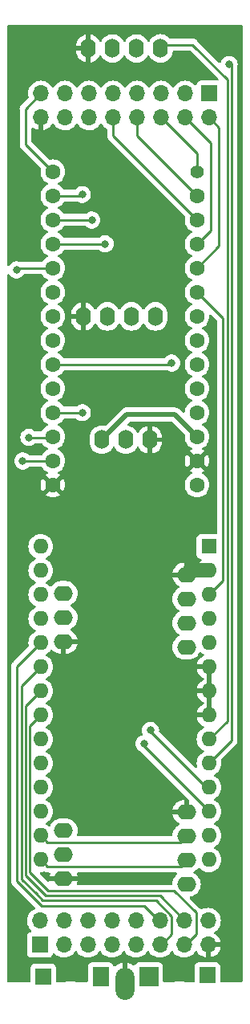
<source format=gbr>
G04 #@! TF.GenerationSoftware,KiCad,Pcbnew,7.0.2-0*
G04 #@! TF.CreationDate,2023-11-28T16:46:05+01:00*
G04 #@! TF.ProjectId,5hp_controller_oled,3568705f-636f-46e7-9472-6f6c6c65725f,rev?*
G04 #@! TF.SameCoordinates,Original*
G04 #@! TF.FileFunction,Copper,L4,Bot*
G04 #@! TF.FilePolarity,Positive*
%FSLAX46Y46*%
G04 Gerber Fmt 4.6, Leading zero omitted, Abs format (unit mm)*
G04 Created by KiCad (PCBNEW 7.0.2-0) date 2023-11-28 16:46:05*
%MOMM*%
%LPD*%
G01*
G04 APERTURE LIST*
G04 #@! TA.AperFunction,ComponentPad*
%ADD10R,1.700000X2.000000*%
G04 #@! TD*
G04 #@! TA.AperFunction,ComponentPad*
%ADD11O,1.600000X2.000000*%
G04 #@! TD*
G04 #@! TA.AperFunction,ComponentPad*
%ADD12O,2.000000X1.600000*%
G04 #@! TD*
G04 #@! TA.AperFunction,ComponentPad*
%ADD13R,1.700000X1.700000*%
G04 #@! TD*
G04 #@! TA.AperFunction,ComponentPad*
%ADD14R,2.000000X2.000000*%
G04 #@! TD*
G04 #@! TA.AperFunction,ComponentPad*
%ADD15O,2.000000X3.400000*%
G04 #@! TD*
G04 #@! TA.AperFunction,ComponentPad*
%ADD16R,1.600000X1.600000*%
G04 #@! TD*
G04 #@! TA.AperFunction,ComponentPad*
%ADD17O,1.600000X1.600000*%
G04 #@! TD*
G04 #@! TA.AperFunction,ComponentPad*
%ADD18O,1.700000X1.700000*%
G04 #@! TD*
G04 #@! TA.AperFunction,ComponentPad*
%ADD19C,1.600000*%
G04 #@! TD*
G04 #@! TA.AperFunction,ComponentPad*
%ADD20C,1.404000*%
G04 #@! TD*
G04 #@! TA.AperFunction,ViaPad*
%ADD21C,1.000000*%
G04 #@! TD*
G04 #@! TA.AperFunction,ViaPad*
%ADD22C,0.800000*%
G04 #@! TD*
G04 #@! TA.AperFunction,Conductor*
%ADD23C,0.500000*%
G04 #@! TD*
G04 #@! TA.AperFunction,Conductor*
%ADD24C,1.500000*%
G04 #@! TD*
G04 #@! TA.AperFunction,Conductor*
%ADD25C,0.250000*%
G04 #@! TD*
G04 APERTURE END LIST*
D10*
X22425000Y-45325000D03*
D11*
X20600000Y24250000D03*
X27630000Y11250000D03*
X28220000Y24250000D03*
X25090000Y11250000D03*
X23140000Y24250000D03*
X25680000Y24250000D03*
X22550000Y11250000D03*
D12*
X31500000Y-3000000D03*
X18500000Y-10030000D03*
X31500000Y-10620000D03*
X18500000Y-7490000D03*
X31500000Y-5540000D03*
X31500000Y-8080000D03*
X18500000Y-4950000D03*
D13*
X16375000Y-45325000D03*
X33700000Y-45175000D03*
D11*
X21130000Y52500000D03*
X23670000Y52500000D03*
X26210000Y52500000D03*
X28750000Y52500000D03*
D14*
X27515000Y-45325000D03*
D15*
X24975000Y-46075000D03*
D12*
X31500000Y-28000000D03*
X18500000Y-35030000D03*
X31500000Y-35620000D03*
X18500000Y-32490000D03*
X31500000Y-30540000D03*
X31500000Y-33080000D03*
X18500000Y-29950000D03*
D16*
X33870000Y0D03*
D17*
X33870000Y-2540000D03*
X33870000Y-5080000D03*
X33870000Y-7620000D03*
X33870000Y-10160000D03*
X33870000Y-12700000D03*
X33870000Y-15240000D03*
X33870000Y-17780000D03*
X33870000Y-20320000D03*
X33870000Y-22860000D03*
X33870000Y-25400000D03*
X33870000Y-27940000D03*
X33870000Y-30480000D03*
X33870000Y-33020000D03*
X16090000Y-33020000D03*
X16090000Y-30480000D03*
X16090000Y-27940000D03*
X16090000Y-25400000D03*
X16090000Y-22860000D03*
X16090000Y-20320000D03*
X16090000Y-17780000D03*
X16090000Y-15240000D03*
X16090000Y-12700000D03*
X16090000Y-10160000D03*
X16090000Y-7620000D03*
X16090000Y-5080000D03*
X16090000Y-2540000D03*
X16090000Y0D03*
D13*
X33900000Y47750000D03*
D18*
X33900000Y45210000D03*
X31360000Y47750000D03*
X31360000Y45210000D03*
X28820000Y47750000D03*
X28820000Y45210000D03*
X26280000Y47750000D03*
X26280000Y45210000D03*
X23740000Y47750000D03*
X23740000Y45210000D03*
X21200000Y47750000D03*
X21200000Y45210000D03*
X18660000Y47750000D03*
X18660000Y45210000D03*
X16120000Y47750000D03*
X16120000Y45210000D03*
D13*
X16000000Y-42000000D03*
D18*
X16000000Y-39460000D03*
X18540000Y-42000000D03*
X18540000Y-39460000D03*
X21080000Y-42000000D03*
X21080000Y-39460000D03*
X23620000Y-42000000D03*
X23620000Y-39460000D03*
X26160000Y-42000000D03*
X26160000Y-39460000D03*
X28700000Y-42000000D03*
X28700000Y-39460000D03*
X31240000Y-42000000D03*
X31240000Y-39460000D03*
X33780000Y-42000000D03*
X33780000Y-39460000D03*
D19*
X17380000Y6490000D03*
X17380000Y9030000D03*
X17380000Y11570000D03*
X17380000Y14110000D03*
X17380000Y16650000D03*
X17380000Y19190000D03*
X17380000Y21730000D03*
X17380000Y24270000D03*
X17380000Y26810000D03*
X17380000Y29350000D03*
X17380000Y31890000D03*
X17380000Y34430000D03*
X17380000Y36970000D03*
X17380000Y39510000D03*
D20*
X32620000Y39510000D03*
D19*
X32620000Y36970000D03*
X32620000Y34430000D03*
X32620000Y31890000D03*
X32620000Y29350000D03*
X32620000Y26810000D03*
X32620000Y24270000D03*
X32620000Y21730000D03*
X32620000Y19190000D03*
X32620000Y16650000D03*
X32620000Y14110000D03*
X32620000Y11570000D03*
X32620000Y9030000D03*
X32620000Y6490000D03*
D21*
X27350000Y-29700000D03*
X27400000Y-35150000D03*
D22*
X36000000Y50800000D03*
X27700000Y-19400000D03*
X27000000Y-20800000D03*
X20500000Y14100000D03*
X21500000Y34400000D03*
X20500000Y37100000D03*
X14200000Y9000000D03*
X14850000Y11500000D03*
X13550000Y29150000D03*
X22900000Y31900000D03*
X29940000Y19340000D03*
D23*
X30290000Y13900000D02*
X25200000Y13900000D01*
X32620000Y11570000D02*
X30290000Y13900000D01*
X25200000Y13900000D02*
X22550000Y11250000D01*
D24*
X31895000Y-2500000D02*
X33805000Y-2500000D01*
D25*
X35350000Y24080000D02*
X35350000Y-3600000D01*
X32620000Y26810000D02*
X35350000Y24080000D01*
X35350000Y-3600000D02*
X33870000Y-5080000D01*
X35800000Y49250000D02*
X32150000Y52900000D01*
X32150000Y52900000D02*
X28750000Y52900000D01*
X35800000Y-18390000D02*
X35800000Y49250000D01*
X33870000Y-20320000D02*
X35800000Y-18390000D01*
X36250000Y49200000D02*
X36250000Y-20480000D01*
X36250000Y-20480000D02*
X33870000Y-22860000D01*
X36250000Y49200000D02*
X36250000Y50850000D01*
X33870000Y-25685000D02*
X27700000Y-19515000D01*
X33870000Y-27940000D02*
X27000000Y-21070000D01*
X16820000Y-33750000D02*
X30980000Y-33750000D01*
X16090000Y-33020000D02*
X16820000Y-33750000D01*
X31500000Y-33080000D02*
X30965000Y-33615000D01*
X16090000Y-30480000D02*
X16810000Y-31200000D01*
X16810000Y-31200000D02*
X30840000Y-31200000D01*
X30840000Y-31200000D02*
X31500000Y-30540000D01*
X30185000Y-36300000D02*
X16915000Y-36300000D01*
X31240000Y-42115000D02*
X32500000Y-40855000D01*
X32500000Y-38615000D02*
X30185000Y-36300000D01*
X16090000Y-17780000D02*
X14965000Y-18905000D01*
X14965000Y-34350000D02*
X16482500Y-35867500D01*
X14965000Y-18905000D02*
X14965000Y-34350000D01*
X16915000Y-36300000D02*
X16482500Y-35867500D01*
X32500000Y-40855000D02*
X32500000Y-38615000D01*
X16615000Y-36815000D02*
X16037500Y-36237500D01*
X16037500Y-36237500D02*
X14515000Y-34715000D01*
X31480000Y-39575000D02*
X28720000Y-36815000D01*
X14515000Y-34715000D02*
X14515000Y-16815000D01*
X14515000Y-16815000D02*
X16090000Y-15240000D01*
X28720000Y-36815000D02*
X16615000Y-36815000D01*
X27900000Y-37315000D02*
X16315000Y-37315000D01*
X15662500Y-36662500D02*
X14065000Y-35065000D01*
X16315000Y-37315000D02*
X15662500Y-36662500D01*
X27900000Y-37315000D02*
X28300426Y-37315000D01*
X14065000Y-14725000D02*
X16090000Y-12700000D01*
X28700000Y-42115000D02*
X29950000Y-40865000D01*
X14065000Y-35065000D02*
X14065000Y-14725000D01*
X29950000Y-40865000D02*
X29950000Y-38964574D01*
X28101700Y-37315000D02*
X27900000Y-37315000D01*
X28300426Y-37315000D02*
X29950000Y-38964574D01*
X27040000Y-37915000D02*
X16215000Y-37915000D01*
X13600000Y-12650000D02*
X13600000Y-35300000D01*
X16215000Y-37915000D02*
X15512500Y-37212500D01*
X16090000Y-10160000D02*
X13600000Y-12650000D01*
X13600000Y-35300000D02*
X15512500Y-37212500D01*
X28700000Y-39575000D02*
X27040000Y-37915000D01*
X17095000Y14110000D02*
X20505000Y14110000D01*
X21170000Y34430000D02*
X21200000Y34400000D01*
X17380000Y34430000D02*
X21170000Y34430000D01*
X17380000Y36970000D02*
X20370000Y36970000D01*
X20370000Y36970000D02*
X20500000Y37100000D01*
X14400000Y9000000D02*
X17650000Y9000000D01*
X17755000Y11500000D02*
X15045000Y11500000D01*
X17380000Y29350000D02*
X13450000Y29350000D01*
X22600000Y31890000D02*
X18090000Y31890000D01*
X23740000Y45210000D02*
X23740000Y43310000D01*
X23740000Y43310000D02*
X32620000Y34430000D01*
X14500000Y42390000D02*
X16295000Y40595000D01*
X17380000Y39510000D02*
X16295000Y40595000D01*
X14500000Y46130000D02*
X14500000Y42390000D01*
X16120000Y47750000D02*
X14500000Y46130000D01*
X26280000Y45210000D02*
X26280000Y43310000D01*
X26280000Y43310000D02*
X32620000Y36970000D01*
X32620000Y39510000D02*
X32620000Y41410000D01*
X32620000Y41410000D02*
X28820000Y45210000D01*
X31360000Y45210000D02*
X34065000Y42505000D01*
X34065000Y42505000D02*
X34065000Y33335000D01*
X34065000Y33335000D02*
X32620000Y31890000D01*
X33900000Y45210000D02*
X34935000Y44175000D01*
X32620000Y29350000D02*
X34935000Y31665000D01*
X34935000Y44175000D02*
X34935000Y31665000D01*
X17380000Y19190000D02*
X30000000Y19200000D01*
G04 #@! TA.AperFunction,Conductor*
G36*
X37392539Y54929815D02*
G01*
X37438294Y54877011D01*
X37449500Y54825500D01*
X37449500Y-45786123D01*
X37429815Y-45853162D01*
X37377011Y-45898917D01*
X37325599Y-45910123D01*
X35174598Y-45911845D01*
X35107543Y-45892214D01*
X35061746Y-45839447D01*
X35050499Y-45787848D01*
X35050499Y-44277128D01*
X35044091Y-44217517D01*
X34993796Y-44082669D01*
X34907546Y-43967454D01*
X34792331Y-43881204D01*
X34657483Y-43830909D01*
X34597873Y-43824500D01*
X34594550Y-43824500D01*
X32805439Y-43824500D01*
X32805420Y-43824500D01*
X32802128Y-43824501D01*
X32798848Y-43824853D01*
X32798840Y-43824854D01*
X32742515Y-43830909D01*
X32607669Y-43881204D01*
X32492454Y-43967454D01*
X32406204Y-44082668D01*
X32355910Y-44217515D01*
X32355909Y-44217517D01*
X32349500Y-44277127D01*
X32349500Y-44280448D01*
X32349500Y-44280449D01*
X32349500Y-45790208D01*
X32329815Y-45857247D01*
X32277011Y-45903002D01*
X32225599Y-45914208D01*
X31336995Y-45914919D01*
X31319180Y-45913647D01*
X31144725Y-45888463D01*
X31144713Y-45888461D01*
X31141784Y-45888039D01*
X31138829Y-45887897D01*
X31138812Y-45887896D01*
X30752969Y-45869443D01*
X30750000Y-45869301D01*
X30747031Y-45869443D01*
X30361187Y-45887896D01*
X30361168Y-45887897D01*
X30358216Y-45888039D01*
X30355282Y-45888462D01*
X30355277Y-45888463D01*
X30174271Y-45914593D01*
X30156653Y-45915865D01*
X29139598Y-45916679D01*
X29072543Y-45897048D01*
X29026746Y-45844281D01*
X29015499Y-45792679D01*
X29015499Y-44280439D01*
X29015499Y-44277128D01*
X29009091Y-44217517D01*
X28958796Y-44082669D01*
X28872546Y-43967454D01*
X28757331Y-43881204D01*
X28622483Y-43830909D01*
X28562873Y-43824500D01*
X28559550Y-43824500D01*
X26470439Y-43824500D01*
X26470420Y-43824500D01*
X26467128Y-43824501D01*
X26463848Y-43824853D01*
X26463840Y-43824854D01*
X26407515Y-43830909D01*
X26272669Y-43881204D01*
X26157454Y-43967454D01*
X26071204Y-44082669D01*
X26059494Y-44114066D01*
X26017622Y-44169999D01*
X25952157Y-44194416D01*
X25883885Y-44179564D01*
X25867150Y-44168586D01*
X25798232Y-44114945D01*
X25579606Y-43996631D01*
X25344493Y-43915916D01*
X25225000Y-43895976D01*
X25225000Y-44879118D01*
X25131631Y-44840444D01*
X24975000Y-44819823D01*
X24818369Y-44840444D01*
X24725000Y-44879118D01*
X24725000Y-43895976D01*
X24724999Y-43895976D01*
X24605506Y-43915916D01*
X24370393Y-43996631D01*
X24151767Y-44114945D01*
X23958847Y-44265101D01*
X23893853Y-44290743D01*
X23825313Y-44277176D01*
X23774988Y-44228708D01*
X23766506Y-44210587D01*
X23718796Y-44082669D01*
X23632546Y-43967454D01*
X23517331Y-43881204D01*
X23382483Y-43830909D01*
X23322873Y-43824500D01*
X23319550Y-43824500D01*
X21530439Y-43824500D01*
X21530420Y-43824500D01*
X21527128Y-43824501D01*
X21523848Y-43824853D01*
X21523840Y-43824854D01*
X21467515Y-43830909D01*
X21332669Y-43881204D01*
X21217454Y-43967454D01*
X21131204Y-44082668D01*
X21080910Y-44217515D01*
X21080909Y-44217517D01*
X21074500Y-44277127D01*
X21074500Y-44280430D01*
X21074499Y-44280449D01*
X21074499Y-45799238D01*
X21054814Y-45866278D01*
X21002010Y-45912032D01*
X20950598Y-45923238D01*
X19900448Y-45924079D01*
X19882632Y-45922807D01*
X19644722Y-45888463D01*
X19644719Y-45888462D01*
X19641784Y-45888039D01*
X19638829Y-45887897D01*
X19638812Y-45887896D01*
X19252969Y-45869443D01*
X19250000Y-45869301D01*
X19247031Y-45869443D01*
X18861187Y-45887896D01*
X18861168Y-45887897D01*
X18858216Y-45888039D01*
X18855282Y-45888462D01*
X18855277Y-45888463D01*
X18610108Y-45923855D01*
X18592490Y-45925127D01*
X17849598Y-45925722D01*
X17782543Y-45906091D01*
X17736746Y-45853324D01*
X17725499Y-45801722D01*
X17725499Y-44430439D01*
X17725499Y-44430438D01*
X17725499Y-44427128D01*
X17719091Y-44367517D01*
X17668796Y-44232669D01*
X17582546Y-44117454D01*
X17467331Y-44031204D01*
X17332483Y-43980909D01*
X17272873Y-43974500D01*
X17269550Y-43974500D01*
X15480439Y-43974500D01*
X15480420Y-43974500D01*
X15477128Y-43974501D01*
X15473848Y-43974853D01*
X15473840Y-43974854D01*
X15417515Y-43980909D01*
X15282669Y-44031204D01*
X15167454Y-44117454D01*
X15081204Y-44232668D01*
X15030910Y-44367515D01*
X15030909Y-44367517D01*
X15024500Y-44427127D01*
X15024500Y-44430448D01*
X15024500Y-44430449D01*
X15024500Y-45804084D01*
X15004815Y-45871123D01*
X14952011Y-45916878D01*
X14900599Y-45928084D01*
X12674599Y-45929867D01*
X12607544Y-45910236D01*
X12561747Y-45857469D01*
X12550500Y-45805867D01*
X12550500Y28617409D01*
X12570185Y28684448D01*
X12622989Y28730203D01*
X12692147Y28740147D01*
X12755703Y28711122D01*
X12781887Y28679409D01*
X12817466Y28617784D01*
X12944129Y28477110D01*
X13097269Y28365848D01*
X13270197Y28288855D01*
X13455352Y28249500D01*
X13455354Y28249500D01*
X13644648Y28249500D01*
X13829802Y28288855D01*
X14002730Y28365848D01*
X14155870Y28477110D01*
X14282533Y28617783D01*
X14308350Y28662500D01*
X14358916Y28710715D01*
X14415737Y28724500D01*
X16165812Y28724500D01*
X16232851Y28704815D01*
X16267387Y28671623D01*
X16379953Y28510859D01*
X16540859Y28349953D01*
X16727263Y28219433D01*
X16785275Y28192382D01*
X16837714Y28146209D01*
X16856865Y28079015D01*
X16836649Y28012134D01*
X16785275Y27967618D01*
X16727266Y27940568D01*
X16727263Y27940566D01*
X16540859Y27810046D01*
X16379953Y27649140D01*
X16249432Y27462735D01*
X16153261Y27256497D01*
X16094364Y27036689D01*
X16074531Y26810000D01*
X16094364Y26583310D01*
X16153261Y26363502D01*
X16249432Y26157264D01*
X16379953Y25970859D01*
X16540859Y25809953D01*
X16727264Y25679432D01*
X16785275Y25652382D01*
X16837714Y25606210D01*
X16856866Y25539016D01*
X16836650Y25472135D01*
X16785275Y25427618D01*
X16727264Y25400567D01*
X16540859Y25270046D01*
X16379953Y25109140D01*
X16249432Y24922735D01*
X16153261Y24716497D01*
X16094364Y24496689D01*
X16074531Y24270000D01*
X16094364Y24043310D01*
X16153261Y23823502D01*
X16249432Y23617264D01*
X16379953Y23430859D01*
X16540859Y23269953D01*
X16727263Y23139433D01*
X16785275Y23112382D01*
X16837714Y23066209D01*
X16856865Y22999015D01*
X16836649Y22932134D01*
X16785275Y22887618D01*
X16727266Y22860568D01*
X16727263Y22860566D01*
X16540859Y22730046D01*
X16379953Y22569140D01*
X16249432Y22382735D01*
X16153261Y22176497D01*
X16094364Y21956689D01*
X16074531Y21730000D01*
X16094364Y21503310D01*
X16153261Y21283502D01*
X16249432Y21077264D01*
X16379953Y20890859D01*
X16540859Y20729953D01*
X16727264Y20599432D01*
X16785275Y20572382D01*
X16837714Y20526210D01*
X16856866Y20459016D01*
X16836650Y20392135D01*
X16785275Y20347618D01*
X16727264Y20320567D01*
X16540859Y20190046D01*
X16379953Y20029140D01*
X16249432Y19842735D01*
X16153261Y19636497D01*
X16094364Y19416689D01*
X16074531Y19190000D01*
X16094364Y18963310D01*
X16153261Y18743502D01*
X16249432Y18537264D01*
X16379953Y18350859D01*
X16540859Y18189953D01*
X16727263Y18059433D01*
X16785275Y18032382D01*
X16837714Y17986209D01*
X16856865Y17919015D01*
X16836649Y17852134D01*
X16785275Y17807618D01*
X16727266Y17780568D01*
X16727263Y17780566D01*
X16540859Y17650046D01*
X16379953Y17489140D01*
X16249432Y17302735D01*
X16153261Y17096497D01*
X16094364Y16876689D01*
X16074531Y16650000D01*
X16094364Y16423310D01*
X16153261Y16203502D01*
X16249432Y15997264D01*
X16379953Y15810859D01*
X16540859Y15649953D01*
X16727263Y15519433D01*
X16785275Y15492382D01*
X16837714Y15446209D01*
X16856865Y15379015D01*
X16836649Y15312134D01*
X16785275Y15267618D01*
X16727266Y15240568D01*
X16727265Y15240567D01*
X16727263Y15240566D01*
X16540859Y15110046D01*
X16379953Y14949140D01*
X16249432Y14762735D01*
X16153261Y14556497D01*
X16094364Y14336689D01*
X16074531Y14110000D01*
X16094364Y13883310D01*
X16153261Y13663502D01*
X16249432Y13457264D01*
X16379953Y13270859D01*
X16540859Y13109953D01*
X16727263Y12979433D01*
X16785275Y12952382D01*
X16837714Y12906209D01*
X16856865Y12839015D01*
X16836649Y12772134D01*
X16785275Y12727618D01*
X16727266Y12700568D01*
X16727263Y12700566D01*
X16540859Y12570046D01*
X16379953Y12409140D01*
X16249434Y12222738D01*
X16249433Y12222735D01*
X16249432Y12222734D01*
X16237475Y12197093D01*
X16191306Y12144657D01*
X16125095Y12125500D01*
X15553747Y12125500D01*
X15486708Y12145185D01*
X15461599Y12166526D01*
X15455871Y12172888D01*
X15302730Y12284151D01*
X15129803Y12361144D01*
X15068084Y12374262D01*
X14944648Y12400500D01*
X14944646Y12400500D01*
X14755354Y12400500D01*
X14755352Y12400500D01*
X14570197Y12361144D01*
X14397269Y12284151D01*
X14244129Y12172889D01*
X14117466Y12032216D01*
X14022820Y11868284D01*
X13964326Y11688257D01*
X13944540Y11500000D01*
X13964326Y11311742D01*
X14022820Y11131715D01*
X14117466Y10967783D01*
X14244129Y10827110D01*
X14397269Y10715848D01*
X14570197Y10638855D01*
X14755352Y10599500D01*
X14755354Y10599500D01*
X14944648Y10599500D01*
X15129802Y10638855D01*
X15302727Y10715847D01*
X15302730Y10715849D01*
X15455871Y10827112D01*
X15461598Y10833472D01*
X15521084Y10870121D01*
X15553747Y10874500D01*
X16214826Y10874500D01*
X16281865Y10854815D01*
X16316401Y10821623D01*
X16379953Y10730859D01*
X16540859Y10569953D01*
X16727263Y10439433D01*
X16785275Y10412382D01*
X16837714Y10366209D01*
X16856865Y10299015D01*
X16836649Y10232134D01*
X16785275Y10187618D01*
X16727266Y10160568D01*
X16727263Y10160566D01*
X16540859Y10030046D01*
X16379953Y9869140D01*
X16246381Y9678377D01*
X16191805Y9634752D01*
X16144806Y9625500D01*
X14903747Y9625500D01*
X14836708Y9645185D01*
X14811599Y9666526D01*
X14805871Y9672888D01*
X14652730Y9784151D01*
X14479803Y9861144D01*
X14418084Y9874262D01*
X14294648Y9900500D01*
X14294646Y9900500D01*
X14105354Y9900500D01*
X14105352Y9900500D01*
X13920197Y9861144D01*
X13747269Y9784151D01*
X13594129Y9672889D01*
X13467466Y9532216D01*
X13372820Y9368284D01*
X13314326Y9188257D01*
X13294540Y9000000D01*
X13314326Y8811742D01*
X13372820Y8631715D01*
X13467466Y8467783D01*
X13594129Y8327110D01*
X13747269Y8215848D01*
X13920197Y8138855D01*
X14105352Y8099500D01*
X14105354Y8099500D01*
X14294648Y8099500D01*
X14479802Y8138855D01*
X14652727Y8215847D01*
X14652730Y8215849D01*
X14805871Y8327112D01*
X14811598Y8333472D01*
X14871084Y8370121D01*
X14903747Y8374500D01*
X16186818Y8374500D01*
X16253857Y8354815D01*
X16288393Y8321623D01*
X16379953Y8190859D01*
X16540859Y8029953D01*
X16727267Y7899430D01*
X16785866Y7872105D01*
X16838305Y7825932D01*
X16857456Y7758739D01*
X16837239Y7691858D01*
X16785865Y7647342D01*
X16727515Y7620133D01*
X16654526Y7569026D01*
X16654526Y7569025D01*
X17238633Y6984918D01*
X17234839Y6984373D01*
X17101438Y6923451D01*
X16990605Y6827413D01*
X16911318Y6704040D01*
X16888866Y6627579D01*
X16300974Y7215472D01*
X16300972Y7215471D01*
X16249866Y7142484D01*
X16153733Y6936326D01*
X16094858Y6716602D01*
X16075033Y6490000D01*
X16094858Y6263397D01*
X16153733Y6043672D01*
X16249865Y5837516D01*
X16300973Y5764527D01*
X16300973Y5764526D01*
X16888866Y6352420D01*
X16911318Y6275960D01*
X16990605Y6152587D01*
X17101438Y6056549D01*
X17234839Y5995627D01*
X17238633Y5995081D01*
X16654526Y5410973D01*
X16727516Y5359865D01*
X16933672Y5263733D01*
X17153397Y5204858D01*
X17380000Y5185033D01*
X17606602Y5204858D01*
X17826326Y5263733D01*
X18032484Y5359866D01*
X18105471Y5410972D01*
X18105472Y5410974D01*
X17521366Y5995081D01*
X17525161Y5995627D01*
X17658562Y6056549D01*
X17769395Y6152587D01*
X17848682Y6275960D01*
X17871133Y6352419D01*
X18459025Y5764526D01*
X18459026Y5764526D01*
X18510133Y5837515D01*
X18606266Y6043673D01*
X18665141Y6263397D01*
X18684966Y6490000D01*
X18665141Y6716602D01*
X18606266Y6936326D01*
X18510134Y7142480D01*
X18459025Y7215472D01*
X17871133Y6627580D01*
X17848682Y6704040D01*
X17769395Y6827413D01*
X17658562Y6923451D01*
X17525161Y6984373D01*
X17521366Y6984918D01*
X18105472Y7569025D01*
X18032479Y7620136D01*
X17974135Y7647342D01*
X17921695Y7693514D01*
X17902543Y7760707D01*
X17922758Y7827589D01*
X17974132Y7872105D01*
X18032734Y7899432D01*
X18032736Y7899433D01*
X18219140Y8029953D01*
X18380046Y8190859D01*
X18510567Y8377264D01*
X18552778Y8467784D01*
X18606739Y8583504D01*
X18665635Y8803308D01*
X18685468Y9030000D01*
X18665635Y9256692D01*
X18606739Y9476496D01*
X18510568Y9682734D01*
X18380047Y9869139D01*
X18219139Y10030047D01*
X18032734Y10160568D01*
X17974724Y10187618D01*
X17922285Y10233790D01*
X17903133Y10300983D01*
X17923348Y10367865D01*
X17974725Y10412382D01*
X18032733Y10439431D01*
X18219140Y10569953D01*
X18380046Y10730859D01*
X18510567Y10917264D01*
X18547248Y10995925D01*
X18606739Y11123504D01*
X18665635Y11343308D01*
X18685468Y11570000D01*
X18665635Y11796692D01*
X18606739Y12016496D01*
X18510568Y12222734D01*
X18380047Y12409139D01*
X18219139Y12570047D01*
X18032734Y12700568D01*
X17974724Y12727618D01*
X17922285Y12773790D01*
X17903133Y12840983D01*
X17923348Y12907865D01*
X17974725Y12952382D01*
X18032733Y12979431D01*
X18219140Y13109953D01*
X18380046Y13270859D01*
X18492613Y13431623D01*
X18547189Y13475248D01*
X18594188Y13484500D01*
X19787248Y13484500D01*
X19854287Y13464815D01*
X19879398Y13443472D01*
X19894129Y13427110D01*
X20047269Y13315848D01*
X20220197Y13238855D01*
X20405352Y13199500D01*
X20405354Y13199500D01*
X20594648Y13199500D01*
X20779802Y13238855D01*
X20952730Y13315848D01*
X21105870Y13427110D01*
X21232533Y13567783D01*
X21327179Y13731715D01*
X21355332Y13818363D01*
X21385674Y13911744D01*
X21405460Y14100000D01*
X21385674Y14288256D01*
X21327179Y14468284D01*
X21232533Y14632216D01*
X21105871Y14772888D01*
X20952730Y14884151D01*
X20779803Y14961144D01*
X20718083Y14974262D01*
X20594648Y15000500D01*
X20594646Y15000500D01*
X20405354Y15000500D01*
X20405352Y15000500D01*
X20220196Y14961144D01*
X20220197Y14961144D01*
X20047270Y14884151D01*
X19894129Y14772888D01*
X19894126Y14772884D01*
X19883586Y14765227D01*
X19882188Y14767151D01*
X19837920Y14739879D01*
X19805257Y14735500D01*
X18594188Y14735500D01*
X18527149Y14755185D01*
X18492613Y14788377D01*
X18380046Y14949140D01*
X18219140Y15110046D01*
X18219139Y15110047D01*
X18032734Y15240568D01*
X17974724Y15267618D01*
X17922285Y15313790D01*
X17903133Y15380983D01*
X17923348Y15447865D01*
X17974725Y15492382D01*
X18032733Y15519431D01*
X18219140Y15649953D01*
X18380046Y15810859D01*
X18510567Y15997264D01*
X18606738Y16203502D01*
X18606739Y16203504D01*
X18665635Y16423308D01*
X18685468Y16650000D01*
X18665635Y16876692D01*
X18606739Y17096496D01*
X18510568Y17302734D01*
X18380047Y17489139D01*
X18219139Y17650047D01*
X18032734Y17780568D01*
X17974724Y17807618D01*
X17922285Y17853790D01*
X17903133Y17920983D01*
X17923348Y17987865D01*
X17974725Y18032382D01*
X18032733Y18059431D01*
X18219140Y18189953D01*
X18380046Y18350859D01*
X18442112Y18439500D01*
X18493286Y18512585D01*
X18547862Y18556210D01*
X18594763Y18565462D01*
X29421842Y18574041D01*
X29474271Y18558691D01*
X29475365Y18561149D01*
X29660197Y18478855D01*
X29845352Y18439500D01*
X29845354Y18439500D01*
X30034648Y18439500D01*
X30219802Y18478855D01*
X30392730Y18555848D01*
X30545870Y18667110D01*
X30672533Y18807783D01*
X30767179Y18971715D01*
X30825673Y19151742D01*
X30825674Y19151744D01*
X30845460Y19340000D01*
X30825674Y19528256D01*
X30767179Y19708284D01*
X30672533Y19872216D01*
X30545871Y20012888D01*
X30523503Y20029139D01*
X30392730Y20124151D01*
X30219803Y20201144D01*
X30158083Y20214262D01*
X30034648Y20240500D01*
X30034646Y20240500D01*
X29845354Y20240500D01*
X29845352Y20240500D01*
X29660197Y20201144D01*
X29487269Y20124151D01*
X29334129Y20012889D01*
X29201710Y19865822D01*
X29142223Y19829173D01*
X29109659Y19824794D01*
X18593611Y19816462D01*
X18526557Y19836093D01*
X18491939Y19869339D01*
X18380046Y20029140D01*
X18219140Y20190046D01*
X18219139Y20190047D01*
X18032734Y20320568D01*
X17974724Y20347618D01*
X17922285Y20393790D01*
X17903133Y20460983D01*
X17923348Y20527865D01*
X17974725Y20572382D01*
X18032733Y20599431D01*
X18219140Y20729953D01*
X18380046Y20890859D01*
X18510567Y21077264D01*
X18606738Y21283502D01*
X18606739Y21283504D01*
X18665635Y21503308D01*
X18685468Y21730000D01*
X18665635Y21956692D01*
X18606739Y22176496D01*
X18510568Y22382734D01*
X18380047Y22569139D01*
X18219139Y22730047D01*
X18032734Y22860568D01*
X17974724Y22887618D01*
X17922285Y22933790D01*
X17903133Y23000983D01*
X17923348Y23067865D01*
X17974725Y23112382D01*
X18032733Y23139431D01*
X18219140Y23269953D01*
X18380046Y23430859D01*
X18510567Y23617264D01*
X18606649Y23823310D01*
X18606739Y23823504D01*
X18652944Y23995946D01*
X19300000Y23995946D01*
X19300236Y23990535D01*
X19314858Y23823397D01*
X19373733Y23603673D01*
X19469865Y23397519D01*
X19600341Y23211180D01*
X19761180Y23050341D01*
X19947519Y22919865D01*
X20153673Y22823733D01*
X20349999Y22771126D01*
X20350000Y22771127D01*
X20350000Y23814498D01*
X20457685Y23765320D01*
X20564237Y23750000D01*
X20635763Y23750000D01*
X20742315Y23765320D01*
X20850000Y23814498D01*
X20850000Y22771126D01*
X21046326Y22823733D01*
X21252480Y22919865D01*
X21438819Y23050341D01*
X21599658Y23211180D01*
X21730134Y23397519D01*
X21757342Y23455865D01*
X21803514Y23508304D01*
X21870708Y23527456D01*
X21937589Y23507240D01*
X21982105Y23455866D01*
X22009430Y23397267D01*
X22139953Y23210859D01*
X22300859Y23049953D01*
X22487264Y22919432D01*
X22693502Y22823261D01*
X22913310Y22764364D01*
X23140000Y22744531D01*
X23366689Y22764364D01*
X23586497Y22823261D01*
X23792735Y22919432D01*
X23979140Y23049953D01*
X24140046Y23210859D01*
X24270566Y23397263D01*
X24270568Y23397266D01*
X24297618Y23455275D01*
X24343791Y23507714D01*
X24410985Y23526865D01*
X24477866Y23506649D01*
X24522382Y23455275D01*
X24549433Y23397263D01*
X24679953Y23210859D01*
X24840859Y23049953D01*
X25027264Y22919432D01*
X25233502Y22823261D01*
X25453310Y22764364D01*
X25680000Y22744531D01*
X25906689Y22764364D01*
X26126497Y22823261D01*
X26332735Y22919432D01*
X26519140Y23049953D01*
X26680046Y23210859D01*
X26810566Y23397263D01*
X26810568Y23397266D01*
X26837618Y23455275D01*
X26883791Y23507714D01*
X26950985Y23526865D01*
X27017866Y23506649D01*
X27062382Y23455275D01*
X27089433Y23397263D01*
X27219953Y23210859D01*
X27380859Y23049953D01*
X27567264Y22919432D01*
X27773502Y22823261D01*
X27993310Y22764364D01*
X28220000Y22744531D01*
X28446689Y22764364D01*
X28666497Y22823261D01*
X28872735Y22919432D01*
X29059140Y23049953D01*
X29220046Y23210859D01*
X29350567Y23397264D01*
X29446738Y23603502D01*
X29446784Y23603673D01*
X29505635Y23823308D01*
X29520500Y23993216D01*
X29520500Y24506784D01*
X29505635Y24676692D01*
X29446739Y24896496D01*
X29350568Y25102734D01*
X29220047Y25289139D01*
X29059139Y25450047D01*
X28872734Y25580568D01*
X28666496Y25676739D01*
X28446692Y25735635D01*
X28220000Y25755468D01*
X27993308Y25735635D01*
X27773504Y25676739D01*
X27773502Y25676738D01*
X27567264Y25580567D01*
X27380859Y25450046D01*
X27219953Y25289140D01*
X27089433Y25102736D01*
X27062381Y25044723D01*
X27016208Y24992284D01*
X26949014Y24973133D01*
X26882133Y24993349D01*
X26837619Y25044723D01*
X26810568Y25102734D01*
X26680047Y25289139D01*
X26519139Y25450047D01*
X26332734Y25580568D01*
X26126496Y25676739D01*
X25906692Y25735635D01*
X25680000Y25755468D01*
X25453308Y25735635D01*
X25233504Y25676739D01*
X25233502Y25676738D01*
X25027264Y25580567D01*
X24840859Y25450046D01*
X24679953Y25289140D01*
X24549431Y25102733D01*
X24522382Y25044725D01*
X24476210Y24992285D01*
X24409017Y24973133D01*
X24342135Y24993348D01*
X24297618Y25044725D01*
X24297618Y25044726D01*
X24270568Y25102734D01*
X24140047Y25289139D01*
X23979139Y25450047D01*
X23792734Y25580568D01*
X23586496Y25676739D01*
X23366692Y25735635D01*
X23140000Y25755468D01*
X22913308Y25735635D01*
X22693504Y25676739D01*
X22693502Y25676738D01*
X22487264Y25580567D01*
X22300859Y25450046D01*
X22139953Y25289140D01*
X22009433Y25102736D01*
X22009432Y25102734D01*
X21982383Y25044726D01*
X21982106Y25044133D01*
X21935933Y24991695D01*
X21868739Y24972543D01*
X21801858Y24992759D01*
X21757342Y25044135D01*
X21730135Y25102479D01*
X21599658Y25288819D01*
X21438819Y25449658D01*
X21252480Y25580134D01*
X21046326Y25676266D01*
X20850000Y25728871D01*
X20850000Y24685501D01*
X20742315Y24734680D01*
X20635763Y24750000D01*
X20564237Y24750000D01*
X20457685Y24734680D01*
X20350000Y24685501D01*
X20350000Y25728871D01*
X20349999Y25728871D01*
X20153673Y25676266D01*
X19947519Y25580134D01*
X19761180Y25449658D01*
X19600341Y25288819D01*
X19469865Y25102480D01*
X19373733Y24896326D01*
X19314858Y24676602D01*
X19300236Y24509464D01*
X19300000Y24504053D01*
X19300000Y24500000D01*
X20166314Y24500000D01*
X20140507Y24459844D01*
X20100000Y24321889D01*
X20100000Y24178111D01*
X20140507Y24040156D01*
X20166314Y24000000D01*
X19300000Y24000000D01*
X19300000Y23995946D01*
X18652944Y23995946D01*
X18665635Y24043308D01*
X18685468Y24270000D01*
X18665635Y24496692D01*
X18606739Y24716496D01*
X18510568Y24922734D01*
X18380047Y25109139D01*
X18219139Y25270047D01*
X18032734Y25400568D01*
X17974724Y25427618D01*
X17922285Y25473790D01*
X17903133Y25540983D01*
X17923348Y25607865D01*
X17974725Y25652382D01*
X18032733Y25679431D01*
X18219140Y25809953D01*
X18380046Y25970859D01*
X18510567Y26157264D01*
X18606738Y26363502D01*
X18628790Y26445800D01*
X18665635Y26583308D01*
X18685468Y26810000D01*
X18665635Y27036692D01*
X18606739Y27256496D01*
X18510568Y27462734D01*
X18380047Y27649139D01*
X18219139Y27810047D01*
X18032734Y27940568D01*
X17974724Y27967618D01*
X17922285Y28013790D01*
X17903133Y28080983D01*
X17923348Y28147865D01*
X17974725Y28192382D01*
X18032733Y28219431D01*
X18219140Y28349953D01*
X18380046Y28510859D01*
X18510567Y28697264D01*
X18523268Y28724500D01*
X18606739Y28903504D01*
X18665635Y29123308D01*
X18685468Y29350000D01*
X18665635Y29576692D01*
X18606739Y29796496D01*
X18510568Y30002734D01*
X18380047Y30189139D01*
X18219139Y30350047D01*
X18032734Y30480568D01*
X17974724Y30507618D01*
X17922285Y30553790D01*
X17903133Y30620983D01*
X17923348Y30687865D01*
X17974725Y30732382D01*
X18032733Y30759431D01*
X18219140Y30889953D01*
X18380046Y31050859D01*
X18492613Y31211623D01*
X18547189Y31255248D01*
X18594188Y31264500D01*
X22205257Y31264500D01*
X22272296Y31244815D01*
X22287205Y31232142D01*
X22447272Y31115847D01*
X22620197Y31038855D01*
X22805352Y30999500D01*
X22805354Y30999500D01*
X22994648Y30999500D01*
X23179802Y31038855D01*
X23352730Y31115848D01*
X23505870Y31227110D01*
X23632533Y31367783D01*
X23727179Y31531715D01*
X23785673Y31711742D01*
X23785674Y31711744D01*
X23805460Y31900000D01*
X23785674Y32088256D01*
X23727179Y32268284D01*
X23632533Y32432216D01*
X23505871Y32572888D01*
X23352730Y32684151D01*
X23179803Y32761144D01*
X23118084Y32774262D01*
X22994648Y32800500D01*
X22994646Y32800500D01*
X22805354Y32800500D01*
X22805352Y32800500D01*
X22620197Y32761144D01*
X22447269Y32684151D01*
X22294129Y32572889D01*
X22279398Y32556528D01*
X22219911Y32519879D01*
X22187248Y32515500D01*
X18594188Y32515500D01*
X18527149Y32535185D01*
X18492613Y32568377D01*
X18380046Y32729140D01*
X18219140Y32890046D01*
X18219139Y32890047D01*
X18032734Y33020568D01*
X17974724Y33047618D01*
X17922285Y33093790D01*
X17903133Y33160983D01*
X17923348Y33227865D01*
X17974725Y33272382D01*
X18032733Y33299431D01*
X18219140Y33429953D01*
X18380046Y33590859D01*
X18492613Y33751623D01*
X18547189Y33795248D01*
X18594188Y33804500D01*
X20769239Y33804500D01*
X20836278Y33784815D01*
X20861388Y33763473D01*
X20894128Y33727111D01*
X21047269Y33615848D01*
X21220197Y33538855D01*
X21405352Y33499500D01*
X21405354Y33499500D01*
X21594648Y33499500D01*
X21779802Y33538855D01*
X21952730Y33615848D01*
X22105870Y33727110D01*
X22232533Y33867783D01*
X22327179Y34031715D01*
X22382933Y34203308D01*
X22385674Y34211744D01*
X22405460Y34400000D01*
X22385674Y34588256D01*
X22327179Y34768284D01*
X22232533Y34932216D01*
X22105871Y35072888D01*
X22102709Y35075185D01*
X21952730Y35184151D01*
X21952729Y35184151D01*
X21779803Y35261144D01*
X21718084Y35274262D01*
X21594648Y35300500D01*
X21594646Y35300500D01*
X21405354Y35300500D01*
X21405352Y35300500D01*
X21220197Y35261144D01*
X21047269Y35184151D01*
X20902791Y35079182D01*
X20836985Y35055702D01*
X20829906Y35055500D01*
X18594188Y35055500D01*
X18527149Y35075185D01*
X18492613Y35108377D01*
X18380046Y35269140D01*
X18219140Y35430046D01*
X18199500Y35443798D01*
X18032734Y35560568D01*
X17974724Y35587618D01*
X17922285Y35633790D01*
X17903133Y35700983D01*
X17923348Y35767865D01*
X17974725Y35812382D01*
X18032733Y35839431D01*
X18219140Y35969953D01*
X18380046Y36130859D01*
X18492613Y36291623D01*
X18547189Y36335248D01*
X18594188Y36344500D01*
X19967545Y36344500D01*
X20034584Y36324815D01*
X20040432Y36320817D01*
X20047272Y36315847D01*
X20220197Y36238855D01*
X20405352Y36199500D01*
X20405354Y36199500D01*
X20594648Y36199500D01*
X20779802Y36238855D01*
X20952730Y36315848D01*
X21105870Y36427110D01*
X21232533Y36567783D01*
X21327179Y36731715D01*
X21385673Y36911742D01*
X21385674Y36911744D01*
X21405460Y37100000D01*
X21385674Y37288256D01*
X21327179Y37468284D01*
X21232533Y37632216D01*
X21105871Y37772888D01*
X20952730Y37884151D01*
X20779803Y37961144D01*
X20718084Y37974262D01*
X20594648Y38000500D01*
X20594646Y38000500D01*
X20405354Y38000500D01*
X20405352Y38000500D01*
X20220197Y37961144D01*
X20047269Y37884151D01*
X19894129Y37772889D01*
X19771349Y37636528D01*
X19711862Y37599879D01*
X19679199Y37595500D01*
X18594188Y37595500D01*
X18527149Y37615185D01*
X18492613Y37648377D01*
X18380046Y37809140D01*
X18219140Y37970046D01*
X18175647Y38000500D01*
X18032734Y38100568D01*
X17974724Y38127618D01*
X17922285Y38173790D01*
X17903133Y38240983D01*
X17923348Y38307865D01*
X17974725Y38352382D01*
X18032733Y38379431D01*
X18219140Y38509953D01*
X18380046Y38670859D01*
X18510567Y38857264D01*
X18606738Y39063502D01*
X18653889Y39239472D01*
X18665635Y39283308D01*
X18685468Y39510000D01*
X18665635Y39736692D01*
X18606739Y39956496D01*
X18510568Y40162734D01*
X18380047Y40349139D01*
X18219139Y40510047D01*
X18032734Y40640568D01*
X17826496Y40736739D01*
X17606692Y40795635D01*
X17380000Y40815468D01*
X17153308Y40795635D01*
X17084951Y40777319D01*
X17015102Y40778982D01*
X16965177Y40809413D01*
X16959122Y40815468D01*
X16709471Y41065120D01*
X16709470Y41065120D01*
X15161817Y42612772D01*
X15128334Y42674093D01*
X15125500Y42700451D01*
X15125500Y44020109D01*
X15145185Y44087148D01*
X15197989Y44132903D01*
X15267147Y44142847D01*
X15320624Y44121684D01*
X15442423Y44036399D01*
X15656507Y43936569D01*
X15870000Y43879364D01*
X15870000Y44774498D01*
X15977685Y44725320D01*
X16084237Y44710000D01*
X16155763Y44710000D01*
X16262315Y44725320D01*
X16369999Y44774498D01*
X16370000Y43879364D01*
X16583492Y43936569D01*
X16797576Y44036399D01*
X16991081Y44171893D01*
X17158106Y44338918D01*
X17288119Y44524595D01*
X17342696Y44568219D01*
X17412195Y44575412D01*
X17474549Y44543890D01*
X17491269Y44524595D01*
X17621508Y44338595D01*
X17788595Y44171508D01*
X17788598Y44171505D01*
X17788599Y44171505D01*
X17982170Y44035965D01*
X17982171Y44035964D01*
X17982172Y44035964D01*
X18196337Y43936097D01*
X18424592Y43874936D01*
X18659999Y43854340D01*
X18895407Y43874936D01*
X19065024Y43920385D01*
X19123663Y43936097D01*
X19337830Y44035965D01*
X19531401Y44171505D01*
X19698495Y44338599D01*
X19828426Y44524160D01*
X19883002Y44567783D01*
X19952501Y44574976D01*
X20014855Y44543454D01*
X20031571Y44524162D01*
X20161282Y44338918D01*
X20161508Y44338595D01*
X20328595Y44171508D01*
X20328598Y44171505D01*
X20328599Y44171505D01*
X20522170Y44035965D01*
X20522171Y44035964D01*
X20522172Y44035964D01*
X20736337Y43936097D01*
X20964592Y43874936D01*
X21200000Y43854340D01*
X21435407Y43874936D01*
X21605024Y43920385D01*
X21663663Y43936097D01*
X21877830Y44035965D01*
X22071401Y44171505D01*
X22238495Y44338599D01*
X22368426Y44524160D01*
X22423002Y44567783D01*
X22492501Y44574976D01*
X22554855Y44543454D01*
X22571571Y44524162D01*
X22701282Y44338918D01*
X22701508Y44338595D01*
X22868595Y44171508D01*
X22868598Y44171505D01*
X22868599Y44171505D01*
X23061625Y44036346D01*
X23105248Y43981771D01*
X23114500Y43934773D01*
X23114500Y43392743D01*
X23112235Y43372239D01*
X23114439Y43302126D01*
X23114500Y43298231D01*
X23114500Y43270650D01*
X23114985Y43266805D01*
X23114987Y43266780D01*
X23115004Y43266653D01*
X23115918Y43255033D01*
X23117290Y43211369D01*
X23122880Y43192129D01*
X23126825Y43173081D01*
X23129335Y43153209D01*
X23145413Y43112599D01*
X23149194Y43101554D01*
X23161381Y43059610D01*
X23171579Y43042365D01*
X23180133Y43024904D01*
X23187512Y43006267D01*
X23213185Y42970931D01*
X23219595Y42961174D01*
X23241829Y42923580D01*
X23255996Y42909413D01*
X23268626Y42894624D01*
X23280404Y42878413D01*
X23314058Y42850572D01*
X23322697Y42842711D01*
X31320586Y34844821D01*
X31354071Y34783498D01*
X31352680Y34725047D01*
X31334364Y34656690D01*
X31314531Y34430000D01*
X31334364Y34203310D01*
X31393261Y33983502D01*
X31489432Y33777264D01*
X31619953Y33590859D01*
X31780859Y33429953D01*
X31967263Y33299433D01*
X32025275Y33272382D01*
X32077714Y33226209D01*
X32096865Y33159015D01*
X32076649Y33092134D01*
X32025275Y33047618D01*
X31967266Y33020568D01*
X31967263Y33020566D01*
X31780859Y32890046D01*
X31619953Y32729140D01*
X31489432Y32542735D01*
X31393261Y32336497D01*
X31334364Y32116689D01*
X31314531Y31890000D01*
X31334364Y31663310D01*
X31393261Y31443502D01*
X31489432Y31237264D01*
X31619953Y31050859D01*
X31780859Y30889953D01*
X31967264Y30759432D01*
X32025275Y30732382D01*
X32077714Y30686210D01*
X32096866Y30619016D01*
X32076650Y30552135D01*
X32025275Y30507618D01*
X31967264Y30480567D01*
X31780859Y30350046D01*
X31619953Y30189140D01*
X31489432Y30002735D01*
X31393261Y29796497D01*
X31334364Y29576689D01*
X31314531Y29350000D01*
X31334364Y29123310D01*
X31393261Y28903502D01*
X31489432Y28697264D01*
X31619953Y28510859D01*
X31780859Y28349953D01*
X31967263Y28219433D01*
X32025275Y28192382D01*
X32077714Y28146209D01*
X32096865Y28079015D01*
X32076649Y28012134D01*
X32025275Y27967618D01*
X31967266Y27940568D01*
X31967263Y27940566D01*
X31780859Y27810046D01*
X31619953Y27649140D01*
X31489432Y27462735D01*
X31393261Y27256497D01*
X31334364Y27036689D01*
X31314531Y26810000D01*
X31334364Y26583310D01*
X31393261Y26363502D01*
X31489432Y26157264D01*
X31619953Y25970859D01*
X31780859Y25809953D01*
X31967263Y25679433D01*
X32025275Y25652382D01*
X32077714Y25606209D01*
X32096865Y25539015D01*
X32076649Y25472134D01*
X32025275Y25427618D01*
X31967266Y25400568D01*
X31967265Y25400567D01*
X31967263Y25400566D01*
X31780859Y25270046D01*
X31619953Y25109140D01*
X31489432Y24922735D01*
X31393261Y24716497D01*
X31334364Y24496689D01*
X31314531Y24270000D01*
X31334364Y24043310D01*
X31393261Y23823502D01*
X31489432Y23617264D01*
X31619953Y23430859D01*
X31780859Y23269953D01*
X31967263Y23139433D01*
X32025275Y23112382D01*
X32077714Y23066209D01*
X32096865Y22999015D01*
X32076649Y22932134D01*
X32025275Y22887618D01*
X31967266Y22860568D01*
X31967263Y22860566D01*
X31780859Y22730046D01*
X31619953Y22569140D01*
X31489432Y22382735D01*
X31393261Y22176497D01*
X31334364Y21956689D01*
X31314531Y21730000D01*
X31334364Y21503310D01*
X31393261Y21283502D01*
X31489432Y21077264D01*
X31619953Y20890859D01*
X31780859Y20729953D01*
X31967263Y20599433D01*
X32025275Y20572382D01*
X32077714Y20526209D01*
X32096865Y20459015D01*
X32076649Y20392134D01*
X32025275Y20347618D01*
X31967266Y20320568D01*
X31967265Y20320567D01*
X31967263Y20320566D01*
X31780859Y20190046D01*
X31619953Y20029140D01*
X31489432Y19842735D01*
X31393261Y19636497D01*
X31334364Y19416689D01*
X31314531Y19190000D01*
X31334364Y18963310D01*
X31393261Y18743502D01*
X31489432Y18537264D01*
X31619953Y18350859D01*
X31780859Y18189953D01*
X31967263Y18059433D01*
X32025275Y18032382D01*
X32077714Y17986209D01*
X32096865Y17919015D01*
X32076649Y17852134D01*
X32025275Y17807618D01*
X31967266Y17780568D01*
X31967263Y17780566D01*
X31780859Y17650046D01*
X31619953Y17489140D01*
X31489432Y17302735D01*
X31393261Y17096497D01*
X31334364Y16876689D01*
X31314531Y16650000D01*
X31334364Y16423310D01*
X31393261Y16203502D01*
X31489432Y15997264D01*
X31619953Y15810859D01*
X31780859Y15649953D01*
X31967263Y15519433D01*
X32025275Y15492382D01*
X32077714Y15446209D01*
X32096865Y15379015D01*
X32076649Y15312134D01*
X32025275Y15267618D01*
X31967266Y15240568D01*
X31967265Y15240567D01*
X31967263Y15240566D01*
X31780859Y15110046D01*
X31619953Y14949140D01*
X31489432Y14762735D01*
X31393261Y14556497D01*
X31334364Y14336689D01*
X31323776Y14215672D01*
X31298323Y14150603D01*
X31241732Y14109625D01*
X31171970Y14105747D01*
X31112569Y14138797D01*
X30865724Y14385642D01*
X30853954Y14399260D01*
X30839610Y14418530D01*
X30801667Y14450366D01*
X30793688Y14457680D01*
X30793103Y14458264D01*
X30789777Y14461591D01*
X30765439Y14480833D01*
X30762670Y14483090D01*
X30745075Y14497853D01*
X30705214Y14531302D01*
X30705211Y14531303D01*
X30704244Y14532115D01*
X30687827Y14542573D01*
X30686682Y14543106D01*
X30686677Y14543111D01*
X30618646Y14574833D01*
X30615488Y14576362D01*
X30548433Y14610040D01*
X30548432Y14610040D01*
X30547294Y14610612D01*
X30528914Y14617000D01*
X30527675Y14617255D01*
X30527673Y14617257D01*
X30454103Y14632447D01*
X30450770Y14633186D01*
X30377721Y14650500D01*
X30377717Y14650500D01*
X30376489Y14650791D01*
X30357121Y14652770D01*
X30355859Y14652733D01*
X30355856Y14652734D01*
X30283556Y14650630D01*
X30280869Y14650552D01*
X30277263Y14650500D01*
X25263706Y14650500D01*
X25245736Y14651809D01*
X25242118Y14652338D01*
X25221977Y14655289D01*
X25173691Y14651064D01*
X25172631Y14650972D01*
X25161824Y14650500D01*
X25156291Y14650500D01*
X25129151Y14647327D01*
X25125520Y14646903D01*
X25121929Y14646536D01*
X25047203Y14639999D01*
X25047201Y14639998D01*
X25045949Y14639889D01*
X25026930Y14635672D01*
X25025746Y14635241D01*
X25025745Y14635241D01*
X25017434Y14632216D01*
X24955274Y14609592D01*
X24951869Y14608408D01*
X24880666Y14584814D01*
X24880663Y14584812D01*
X24879464Y14584415D01*
X24861936Y14575929D01*
X24860884Y14575237D01*
X24860883Y14575237D01*
X24798188Y14534001D01*
X24795188Y14532090D01*
X24731345Y14492712D01*
X24731344Y14492711D01*
X24730269Y14492048D01*
X24715170Y14479748D01*
X24662831Y14424272D01*
X24660318Y14421685D01*
X22983137Y12744505D01*
X22921814Y12711020D01*
X22863361Y12712412D01*
X22776693Y12735635D01*
X22550000Y12755468D01*
X22323308Y12735635D01*
X22103504Y12676739D01*
X22103502Y12676738D01*
X21897264Y12580567D01*
X21710859Y12450046D01*
X21549953Y12289140D01*
X21419432Y12102735D01*
X21323261Y11896497D01*
X21264364Y11676689D01*
X21249736Y11509484D01*
X21249500Y11506784D01*
X21249500Y10993216D01*
X21249735Y10990535D01*
X21249736Y10990515D01*
X21264364Y10823310D01*
X21323261Y10603502D01*
X21419432Y10397264D01*
X21549953Y10210859D01*
X21710859Y10049953D01*
X21897264Y9919432D01*
X22103502Y9823261D01*
X22323310Y9764364D01*
X22550000Y9744531D01*
X22776689Y9764364D01*
X22996497Y9823261D01*
X23202735Y9919432D01*
X23389140Y10049953D01*
X23550046Y10210859D01*
X23680566Y10397263D01*
X23680568Y10397266D01*
X23707618Y10455275D01*
X23753791Y10507714D01*
X23820985Y10526865D01*
X23887866Y10506649D01*
X23932381Y10455275D01*
X23942033Y10434576D01*
X23959433Y10397263D01*
X24089953Y10210859D01*
X24250859Y10049953D01*
X24437264Y9919432D01*
X24643502Y9823261D01*
X24863310Y9764364D01*
X25090000Y9744531D01*
X25316689Y9764364D01*
X25536497Y9823261D01*
X25742735Y9919432D01*
X25929140Y10049953D01*
X26090046Y10210859D01*
X26220567Y10397264D01*
X26220687Y10397522D01*
X26247894Y10455866D01*
X26294065Y10508304D01*
X26361259Y10527456D01*
X26428140Y10507240D01*
X26472656Y10455866D01*
X26499863Y10397522D01*
X26630341Y10211180D01*
X26791180Y10050341D01*
X26977519Y9919865D01*
X27183673Y9823733D01*
X27379999Y9771126D01*
X27380000Y9771127D01*
X27380000Y10814498D01*
X27487685Y10765320D01*
X27594237Y10750000D01*
X27665763Y10750000D01*
X27772315Y10765320D01*
X27879999Y10814498D01*
X27879999Y9771127D01*
X27880000Y9771126D01*
X28076326Y9823733D01*
X28282480Y9919865D01*
X28468819Y10050341D01*
X28629658Y10211180D01*
X28760134Y10397519D01*
X28856266Y10603673D01*
X28915141Y10823397D01*
X28929763Y10990535D01*
X28930000Y10995946D01*
X28930000Y11000000D01*
X28063686Y11000000D01*
X28089493Y11040156D01*
X28130000Y11178111D01*
X28130000Y11321889D01*
X28089493Y11459844D01*
X28063686Y11500000D01*
X28930000Y11500000D01*
X28930000Y11504053D01*
X28929763Y11509464D01*
X28915141Y11676602D01*
X28856266Y11896326D01*
X28760134Y12102480D01*
X28629658Y12288819D01*
X28468819Y12449658D01*
X28282480Y12580134D01*
X28076326Y12676266D01*
X27880000Y12728871D01*
X27880000Y11685501D01*
X27772315Y11734680D01*
X27665763Y11750000D01*
X27594237Y11750000D01*
X27487685Y11734680D01*
X27380000Y11685501D01*
X27380000Y12728871D01*
X27379999Y12728871D01*
X27183673Y12676266D01*
X26977519Y12580134D01*
X26791180Y12449658D01*
X26630341Y12288819D01*
X26499866Y12102482D01*
X26472657Y12044133D01*
X26426484Y11991694D01*
X26359290Y11972543D01*
X26292409Y11992759D01*
X26247893Y12044135D01*
X26220686Y12102480D01*
X26220568Y12102734D01*
X26090047Y12289139D01*
X25929139Y12450047D01*
X25742734Y12580568D01*
X25536496Y12676739D01*
X25350884Y12726473D01*
X25291224Y12762838D01*
X25260695Y12825685D01*
X25268990Y12895060D01*
X25295297Y12933929D01*
X25474549Y13113181D01*
X25535872Y13146666D01*
X25562230Y13149500D01*
X29927770Y13149500D01*
X29994809Y13129815D01*
X30015451Y13113181D01*
X31293282Y11835348D01*
X31326767Y11774025D01*
X31329129Y11736860D01*
X31314531Y11570000D01*
X31334364Y11343310D01*
X31393261Y11123502D01*
X31489432Y10917264D01*
X31619953Y10730859D01*
X31780859Y10569953D01*
X31967267Y10439430D01*
X32025866Y10412105D01*
X32078305Y10365932D01*
X32097456Y10298739D01*
X32077239Y10231858D01*
X32025865Y10187342D01*
X31967515Y10160133D01*
X31894526Y10109026D01*
X31894526Y10109025D01*
X32478633Y9524918D01*
X32474839Y9524373D01*
X32341438Y9463451D01*
X32230605Y9367413D01*
X32151318Y9244040D01*
X32128866Y9167579D01*
X31540974Y9755472D01*
X31540972Y9755471D01*
X31489866Y9682484D01*
X31393733Y9476326D01*
X31334858Y9256602D01*
X31315033Y9030000D01*
X31334858Y8803397D01*
X31393733Y8583672D01*
X31489865Y8377516D01*
X31540973Y8304527D01*
X31540973Y8304526D01*
X32128866Y8892420D01*
X32151318Y8815960D01*
X32230605Y8692587D01*
X32341438Y8596549D01*
X32474839Y8535627D01*
X32478633Y8535081D01*
X31894526Y7950973D01*
X31967517Y7899865D01*
X32025865Y7872657D01*
X32078304Y7826484D01*
X32097456Y7759290D01*
X32077240Y7692409D01*
X32025865Y7647893D01*
X32024683Y7647342D01*
X31967264Y7620567D01*
X31780859Y7490046D01*
X31619953Y7329140D01*
X31489432Y7142735D01*
X31393261Y6936497D01*
X31334364Y6716689D01*
X31314531Y6490000D01*
X31334364Y6263310D01*
X31393261Y6043502D01*
X31489432Y5837264D01*
X31619953Y5650859D01*
X31780859Y5489953D01*
X31967264Y5359432D01*
X32173502Y5263261D01*
X32393310Y5204364D01*
X32620000Y5184531D01*
X32846689Y5204364D01*
X33066497Y5263261D01*
X33272735Y5359432D01*
X33459140Y5489953D01*
X33620046Y5650859D01*
X33750567Y5837264D01*
X33846738Y6043502D01*
X33850234Y6056549D01*
X33905635Y6263308D01*
X33925468Y6490000D01*
X33905635Y6716692D01*
X33846739Y6936496D01*
X33750568Y7142734D01*
X33620047Y7329139D01*
X33459139Y7490047D01*
X33272734Y7620568D01*
X33214134Y7647893D01*
X33161695Y7694065D01*
X33142543Y7761258D01*
X33162758Y7828139D01*
X33214133Y7872657D01*
X33272485Y7899867D01*
X33345471Y7950972D01*
X33345472Y7950974D01*
X32761366Y8535081D01*
X32765161Y8535627D01*
X32898562Y8596549D01*
X33009395Y8692587D01*
X33088682Y8815960D01*
X33111133Y8892419D01*
X33699025Y8304526D01*
X33699026Y8304526D01*
X33750133Y8377515D01*
X33846266Y8583673D01*
X33905141Y8803397D01*
X33924966Y9030000D01*
X33905141Y9256602D01*
X33846266Y9476326D01*
X33750134Y9682480D01*
X33699025Y9755472D01*
X33111133Y9167580D01*
X33088682Y9244040D01*
X33009395Y9367413D01*
X32898562Y9463451D01*
X32765161Y9524373D01*
X32761366Y9524918D01*
X33345472Y10109025D01*
X33272479Y10160136D01*
X33214135Y10187342D01*
X33161695Y10233514D01*
X33142543Y10300707D01*
X33162758Y10367589D01*
X33214132Y10412105D01*
X33272734Y10439432D01*
X33272736Y10439433D01*
X33459140Y10569953D01*
X33620046Y10730859D01*
X33750567Y10917264D01*
X33787248Y10995925D01*
X33846739Y11123504D01*
X33905635Y11343308D01*
X33925468Y11570000D01*
X33905635Y11796692D01*
X33846739Y12016496D01*
X33750568Y12222734D01*
X33620047Y12409139D01*
X33459139Y12570047D01*
X33272734Y12700568D01*
X33214724Y12727618D01*
X33162285Y12773790D01*
X33143133Y12840983D01*
X33163348Y12907865D01*
X33214725Y12952382D01*
X33272733Y12979431D01*
X33459140Y13109953D01*
X33620046Y13270859D01*
X33750567Y13457264D01*
X33763268Y13484500D01*
X33846739Y13663504D01*
X33905635Y13883308D01*
X33908866Y13920233D01*
X33925469Y14110000D01*
X33905635Y14336689D01*
X33905635Y14336692D01*
X33846739Y14556496D01*
X33750568Y14762734D01*
X33620047Y14949139D01*
X33459139Y15110047D01*
X33272734Y15240568D01*
X33214724Y15267618D01*
X33162286Y15313790D01*
X33143134Y15380984D01*
X33163350Y15447865D01*
X33214725Y15492382D01*
X33272735Y15519432D01*
X33459140Y15649953D01*
X33620046Y15810859D01*
X33750567Y15997264D01*
X33846738Y16203502D01*
X33846739Y16203504D01*
X33905635Y16423308D01*
X33925468Y16650000D01*
X33905635Y16876692D01*
X33846739Y17096496D01*
X33750568Y17302734D01*
X33620047Y17489139D01*
X33459139Y17650047D01*
X33272734Y17780568D01*
X33214724Y17807618D01*
X33162285Y17853790D01*
X33143133Y17920983D01*
X33163348Y17987865D01*
X33214725Y18032382D01*
X33272733Y18059431D01*
X33459140Y18189953D01*
X33620046Y18350859D01*
X33750567Y18537264D01*
X33767732Y18574073D01*
X33846739Y18743504D01*
X33905635Y18963308D01*
X33908588Y18997068D01*
X33925469Y19190000D01*
X33905635Y19416689D01*
X33905635Y19416692D01*
X33846739Y19636496D01*
X33750568Y19842734D01*
X33620047Y20029139D01*
X33459139Y20190047D01*
X33272734Y20320568D01*
X33214724Y20347618D01*
X33162285Y20393790D01*
X33143133Y20460983D01*
X33163348Y20527865D01*
X33214725Y20572382D01*
X33272733Y20599431D01*
X33459140Y20729953D01*
X33620046Y20890859D01*
X33750567Y21077264D01*
X33846738Y21283502D01*
X33846739Y21283504D01*
X33905635Y21503308D01*
X33925468Y21730000D01*
X33905635Y21956692D01*
X33846739Y22176496D01*
X33750568Y22382734D01*
X33620047Y22569139D01*
X33459139Y22730047D01*
X33272734Y22860568D01*
X33214724Y22887618D01*
X33162285Y22933790D01*
X33143133Y23000983D01*
X33163348Y23067865D01*
X33214725Y23112382D01*
X33272733Y23139431D01*
X33459140Y23269953D01*
X33620046Y23430859D01*
X33750567Y23617264D01*
X33846649Y23823310D01*
X33846739Y23823504D01*
X33905635Y24043308D01*
X33925468Y24270000D01*
X33921610Y24314100D01*
X33935376Y24382600D01*
X33983992Y24432783D01*
X34052020Y24448717D01*
X34117864Y24425342D01*
X34132819Y24412589D01*
X34688181Y23857227D01*
X34721666Y23795904D01*
X34724500Y23769546D01*
X34724500Y1424499D01*
X34704815Y1357460D01*
X34652011Y1311705D01*
X34600504Y1300499D01*
X33022128Y1300499D01*
X32962517Y1294091D01*
X32827669Y1243796D01*
X32712454Y1157546D01*
X32626204Y1042331D01*
X32575909Y907483D01*
X32569500Y847873D01*
X32569500Y844550D01*
X32569500Y-844560D01*
X32569500Y-844578D01*
X32569501Y-847872D01*
X32575909Y-907483D01*
X32626204Y-1042331D01*
X32712454Y-1157546D01*
X32827669Y-1243796D01*
X32962517Y-1294091D01*
X32998351Y-1297943D01*
X33062901Y-1324681D01*
X33102750Y-1382073D01*
X33105245Y-1451898D01*
X33069593Y-1511987D01*
X33056221Y-1522807D01*
X33031182Y-1540339D01*
X32870341Y-1701180D01*
X32739865Y-1887519D01*
X32713172Y-1944762D01*
X32666999Y-1997201D01*
X32599806Y-2016353D01*
X32532924Y-1996137D01*
X32529666Y-1993932D01*
X32352480Y-1869865D01*
X32146326Y-1773733D01*
X31926602Y-1714858D01*
X31759464Y-1700236D01*
X31754054Y-1700000D01*
X31750000Y-1700000D01*
X31750000Y-2564498D01*
X31642315Y-2515320D01*
X31535763Y-2500000D01*
X31464237Y-2500000D01*
X31357685Y-2515320D01*
X31249999Y-2564498D01*
X31250000Y-1700000D01*
X31245946Y-1700000D01*
X31240535Y-1700236D01*
X31073397Y-1714858D01*
X30853673Y-1773733D01*
X30647519Y-1869865D01*
X30461180Y-2000341D01*
X30300341Y-2161180D01*
X30169865Y-2347519D01*
X30073733Y-2553673D01*
X30021128Y-2749999D01*
X30021128Y-2750000D01*
X31066314Y-2750000D01*
X31040507Y-2790156D01*
X31000000Y-2928111D01*
X31000000Y-3071889D01*
X31040507Y-3209844D01*
X31066314Y-3250000D01*
X30021128Y-3250000D01*
X30073733Y-3446326D01*
X30169865Y-3652480D01*
X30300341Y-3838819D01*
X30461180Y-3999658D01*
X30647519Y-4130134D01*
X30705865Y-4157342D01*
X30758304Y-4203514D01*
X30777456Y-4270708D01*
X30757240Y-4337589D01*
X30705866Y-4382105D01*
X30647267Y-4409430D01*
X30460859Y-4539953D01*
X30299953Y-4700859D01*
X30169432Y-4887264D01*
X30073261Y-5093502D01*
X30014364Y-5313310D01*
X29994531Y-5540000D01*
X30014364Y-5766689D01*
X30073261Y-5986497D01*
X30169432Y-6192735D01*
X30299953Y-6379140D01*
X30460859Y-6540046D01*
X30619118Y-6650859D01*
X30647266Y-6670568D01*
X30705275Y-6697618D01*
X30757714Y-6743791D01*
X30776865Y-6810985D01*
X30756649Y-6877866D01*
X30705275Y-6922382D01*
X30647263Y-6949433D01*
X30460859Y-7079953D01*
X30299953Y-7240859D01*
X30169432Y-7427264D01*
X30073261Y-7633502D01*
X30014364Y-7853310D01*
X29994531Y-8080000D01*
X30014364Y-8306689D01*
X30073261Y-8526497D01*
X30169432Y-8732735D01*
X30299953Y-8919140D01*
X30460859Y-9080046D01*
X30619577Y-9191180D01*
X30647266Y-9210568D01*
X30705275Y-9237618D01*
X30757714Y-9283791D01*
X30776865Y-9350985D01*
X30756649Y-9417866D01*
X30705275Y-9462382D01*
X30647263Y-9489433D01*
X30460859Y-9619953D01*
X30299953Y-9780859D01*
X30169432Y-9967264D01*
X30073261Y-10173502D01*
X30014364Y-10393310D01*
X29994531Y-10620000D01*
X30014364Y-10846689D01*
X30073261Y-11066497D01*
X30169432Y-11272735D01*
X30299953Y-11459140D01*
X30460859Y-11620046D01*
X30647264Y-11750567D01*
X30647265Y-11750567D01*
X30647266Y-11750568D01*
X30853504Y-11846739D01*
X31073308Y-11905635D01*
X31243216Y-11920500D01*
X31245925Y-11920500D01*
X31754075Y-11920500D01*
X31756784Y-11920500D01*
X31926692Y-11905635D01*
X32146496Y-11846739D01*
X32352734Y-11750568D01*
X32539139Y-11620047D01*
X32700047Y-11459139D01*
X32830568Y-11272734D01*
X32857028Y-11215989D01*
X32903200Y-11163550D01*
X32970393Y-11144398D01*
X33037274Y-11164613D01*
X33040533Y-11166819D01*
X33217264Y-11290567D01*
X33217265Y-11290567D01*
X33217266Y-11290568D01*
X33275865Y-11317893D01*
X33328304Y-11364065D01*
X33347456Y-11431259D01*
X33327240Y-11498140D01*
X33275866Y-11542656D01*
X33217522Y-11569863D01*
X33031180Y-11700341D01*
X32870341Y-11861180D01*
X32739865Y-12047519D01*
X32643733Y-12253673D01*
X32591128Y-12449999D01*
X32591128Y-12450000D01*
X33424428Y-12450000D01*
X33401318Y-12485960D01*
X33360000Y-12626673D01*
X33360000Y-12773327D01*
X33401318Y-12914040D01*
X33424428Y-12950000D01*
X32591128Y-12950000D01*
X32643733Y-13146326D01*
X32739865Y-13352480D01*
X32870341Y-13538819D01*
X33031180Y-13699658D01*
X33217519Y-13830134D01*
X33276456Y-13857618D01*
X33328895Y-13903791D01*
X33348047Y-13970985D01*
X33327831Y-14037866D01*
X33276456Y-14082382D01*
X33217519Y-14109865D01*
X33031180Y-14240341D01*
X32870341Y-14401180D01*
X32739865Y-14587519D01*
X32643733Y-14793673D01*
X32591128Y-14989999D01*
X32591128Y-14990000D01*
X33424428Y-14990000D01*
X33401318Y-15025960D01*
X33360000Y-15166673D01*
X33360000Y-15313327D01*
X33401318Y-15454040D01*
X33424428Y-15490000D01*
X32591128Y-15490000D01*
X32643733Y-15686326D01*
X32739865Y-15892480D01*
X32870341Y-16078819D01*
X33031180Y-16239658D01*
X33217520Y-16370135D01*
X33276455Y-16397617D01*
X33328895Y-16443789D01*
X33348047Y-16510982D01*
X33327832Y-16577863D01*
X33276458Y-16622380D01*
X33217520Y-16649864D01*
X33031180Y-16780341D01*
X32870341Y-16941180D01*
X32739865Y-17127519D01*
X32643733Y-17333673D01*
X32591128Y-17529999D01*
X32591128Y-17530000D01*
X33424428Y-17530000D01*
X33401318Y-17565960D01*
X33360000Y-17706673D01*
X33360000Y-17853327D01*
X33401318Y-17994040D01*
X33424428Y-18030000D01*
X32591128Y-18030000D01*
X32643733Y-18226326D01*
X32739865Y-18432480D01*
X32870341Y-18618819D01*
X33031180Y-18779658D01*
X33217519Y-18910134D01*
X33275865Y-18937342D01*
X33328304Y-18983514D01*
X33347456Y-19050708D01*
X33327240Y-19117589D01*
X33275866Y-19162105D01*
X33217267Y-19189430D01*
X33030859Y-19319953D01*
X32869953Y-19480859D01*
X32739432Y-19667264D01*
X32643261Y-19873502D01*
X32584364Y-20093310D01*
X32564531Y-20320000D01*
X32584364Y-20546689D01*
X32643261Y-20766497D01*
X32739432Y-20972735D01*
X32869953Y-21159140D01*
X33030859Y-21320046D01*
X33048240Y-21332216D01*
X33217266Y-21450568D01*
X33275275Y-21477618D01*
X33327714Y-21523791D01*
X33346865Y-21590985D01*
X33326649Y-21657866D01*
X33275275Y-21702382D01*
X33217263Y-21729433D01*
X33030859Y-21859953D01*
X32869953Y-22020859D01*
X32739432Y-22207264D01*
X32643261Y-22413502D01*
X32584364Y-22633310D01*
X32564531Y-22860000D01*
X32584364Y-23086689D01*
X32621279Y-23224457D01*
X32619616Y-23294307D01*
X32580454Y-23352170D01*
X32516225Y-23379674D01*
X32447323Y-23368088D01*
X32413823Y-23344232D01*
X28634360Y-19564769D01*
X28600875Y-19503446D01*
X28598720Y-19464127D01*
X28600195Y-19450090D01*
X28605460Y-19400000D01*
X28585674Y-19211744D01*
X28533120Y-19050000D01*
X28527179Y-19031715D01*
X28432533Y-18867783D01*
X28305870Y-18727110D01*
X28152730Y-18615848D01*
X27979802Y-18538855D01*
X27794648Y-18499500D01*
X27794646Y-18499500D01*
X27605354Y-18499500D01*
X27605352Y-18499500D01*
X27420197Y-18538855D01*
X27247269Y-18615848D01*
X27094129Y-18727110D01*
X26967466Y-18867783D01*
X26872820Y-19031715D01*
X26814326Y-19211742D01*
X26794540Y-19400000D01*
X26814326Y-19588257D01*
X26872246Y-19766515D01*
X26874241Y-19836356D01*
X26838161Y-19896189D01*
X26780097Y-19926123D01*
X26720196Y-19938855D01*
X26547269Y-20015848D01*
X26394129Y-20127110D01*
X26267466Y-20267783D01*
X26172820Y-20431715D01*
X26114326Y-20611742D01*
X26094540Y-20800000D01*
X26114326Y-20988257D01*
X26172820Y-21168284D01*
X26267466Y-21332216D01*
X26394129Y-21472889D01*
X26547265Y-21584149D01*
X26558199Y-21589017D01*
X26674612Y-21640847D01*
X26711855Y-21666445D01*
X31713683Y-26668274D01*
X31747166Y-26729593D01*
X31750000Y-26755951D01*
X31749999Y-27564498D01*
X31642315Y-27515320D01*
X31535763Y-27500000D01*
X31464237Y-27500000D01*
X31357685Y-27515320D01*
X31249999Y-27564498D01*
X31250000Y-26700000D01*
X31245946Y-26700000D01*
X31240535Y-26700236D01*
X31073397Y-26714858D01*
X30853673Y-26773733D01*
X30647519Y-26869865D01*
X30461180Y-27000341D01*
X30300341Y-27161180D01*
X30169865Y-27347519D01*
X30073733Y-27553673D01*
X30021128Y-27749999D01*
X30021128Y-27750000D01*
X31066314Y-27750000D01*
X31040507Y-27790156D01*
X31000000Y-27928111D01*
X31000000Y-28071889D01*
X31040507Y-28209844D01*
X31066314Y-28250000D01*
X30021128Y-28250000D01*
X30073733Y-28446326D01*
X30169865Y-28652480D01*
X30300341Y-28838819D01*
X30461180Y-28999658D01*
X30647519Y-29130134D01*
X30705865Y-29157342D01*
X30758304Y-29203514D01*
X30777456Y-29270708D01*
X30757240Y-29337589D01*
X30705866Y-29382105D01*
X30647267Y-29409430D01*
X30460859Y-29539953D01*
X30299953Y-29700859D01*
X30169432Y-29887264D01*
X30073261Y-30093502D01*
X30014364Y-30313310D01*
X30001416Y-30461307D01*
X29975964Y-30526376D01*
X29919373Y-30567355D01*
X29877888Y-30574500D01*
X20038376Y-30574500D01*
X19971337Y-30554815D01*
X19925582Y-30502011D01*
X19915638Y-30432853D01*
X19925992Y-30398098D01*
X19926012Y-30398054D01*
X19926739Y-30396496D01*
X19985635Y-30176692D01*
X20005468Y-29950000D01*
X19985635Y-29723308D01*
X19926739Y-29503504D01*
X19830568Y-29297266D01*
X19815824Y-29276208D01*
X19700046Y-29110859D01*
X19539140Y-28949953D01*
X19352735Y-28819432D01*
X19146497Y-28723261D01*
X18926689Y-28664364D01*
X18759484Y-28649736D01*
X18759479Y-28649735D01*
X18756784Y-28649500D01*
X18243216Y-28649500D01*
X18240521Y-28649735D01*
X18240515Y-28649736D01*
X18073310Y-28664364D01*
X17853502Y-28723261D01*
X17647264Y-28819432D01*
X17460859Y-28949953D01*
X17299953Y-29110859D01*
X17169433Y-29297263D01*
X17108518Y-29427894D01*
X17062345Y-29480333D01*
X16995151Y-29499484D01*
X16928270Y-29479268D01*
X16925013Y-29477063D01*
X16742736Y-29349433D01*
X16684723Y-29322381D01*
X16632284Y-29276208D01*
X16613133Y-29209014D01*
X16633349Y-29142133D01*
X16684721Y-29097619D01*
X16742734Y-29070568D01*
X16929139Y-28940047D01*
X17090047Y-28779139D01*
X17220568Y-28592734D01*
X17316739Y-28386496D01*
X17375635Y-28166692D01*
X17395468Y-27940000D01*
X17375635Y-27713308D01*
X17316739Y-27493504D01*
X17220568Y-27287266D01*
X17132283Y-27161180D01*
X17090046Y-27100859D01*
X16929140Y-26939953D01*
X16742733Y-26809431D01*
X16684725Y-26782382D01*
X16632285Y-26736210D01*
X16613133Y-26669017D01*
X16633348Y-26602135D01*
X16684725Y-26557618D01*
X16742734Y-26530568D01*
X16929139Y-26400047D01*
X17090047Y-26239139D01*
X17220568Y-26052734D01*
X17316739Y-25846496D01*
X17375635Y-25626692D01*
X17395468Y-25400000D01*
X17375635Y-25173308D01*
X17316739Y-24953504D01*
X17220568Y-24747266D01*
X17090047Y-24560861D01*
X17090046Y-24560859D01*
X16929140Y-24399953D01*
X16742733Y-24269431D01*
X16684725Y-24242382D01*
X16632285Y-24196210D01*
X16613133Y-24129017D01*
X16633348Y-24062135D01*
X16684725Y-24017618D01*
X16742734Y-23990568D01*
X16929139Y-23860047D01*
X17090047Y-23699139D01*
X17220568Y-23512734D01*
X17316739Y-23306496D01*
X17375635Y-23086692D01*
X17395468Y-22860000D01*
X17375635Y-22633308D01*
X17316739Y-22413504D01*
X17220568Y-22207266D01*
X17090047Y-22020861D01*
X17090046Y-22020859D01*
X16929140Y-21859953D01*
X16742733Y-21729431D01*
X16684725Y-21702382D01*
X16632285Y-21656210D01*
X16613133Y-21589017D01*
X16633348Y-21522135D01*
X16684725Y-21477618D01*
X16742734Y-21450568D01*
X16929139Y-21320047D01*
X17090047Y-21159139D01*
X17220568Y-20972734D01*
X17316739Y-20766496D01*
X17375635Y-20546692D01*
X17395468Y-20320000D01*
X17375635Y-20093308D01*
X17316739Y-19873504D01*
X17220568Y-19667266D01*
X17216721Y-19661771D01*
X17090046Y-19480859D01*
X16929140Y-19319953D01*
X16742736Y-19189433D01*
X16684723Y-19162381D01*
X16632284Y-19116208D01*
X16613133Y-19049014D01*
X16633349Y-18982133D01*
X16684721Y-18937619D01*
X16742734Y-18910568D01*
X16929139Y-18780047D01*
X17090047Y-18619139D01*
X17220568Y-18432734D01*
X17316739Y-18226496D01*
X17375635Y-18006692D01*
X17395468Y-17780000D01*
X17375635Y-17553308D01*
X17316739Y-17333504D01*
X17220568Y-17127266D01*
X17205677Y-17105998D01*
X17090046Y-16940859D01*
X16929140Y-16779953D01*
X16742733Y-16649431D01*
X16684725Y-16622382D01*
X16632285Y-16576210D01*
X16613133Y-16509017D01*
X16633348Y-16442135D01*
X16684725Y-16397618D01*
X16742734Y-16370568D01*
X16929139Y-16240047D01*
X17090047Y-16079139D01*
X17220568Y-15892734D01*
X17316739Y-15686496D01*
X17375635Y-15466692D01*
X17395468Y-15240000D01*
X17375635Y-15013308D01*
X17316739Y-14793504D01*
X17220568Y-14587266D01*
X17205677Y-14565998D01*
X17090046Y-14400859D01*
X16929140Y-14239953D01*
X16742733Y-14109431D01*
X16684725Y-14082382D01*
X16632285Y-14036210D01*
X16613133Y-13969017D01*
X16633348Y-13902135D01*
X16684725Y-13857618D01*
X16742734Y-13830568D01*
X16929139Y-13700047D01*
X17090047Y-13539139D01*
X17220568Y-13352734D01*
X17316739Y-13146496D01*
X17375635Y-12926692D01*
X17395468Y-12700000D01*
X17375635Y-12473308D01*
X17316739Y-12253504D01*
X17220568Y-12047266D01*
X17205677Y-12025998D01*
X17090046Y-11860859D01*
X16929140Y-11699953D01*
X16742733Y-11569431D01*
X16684725Y-11542382D01*
X16632285Y-11496210D01*
X16613133Y-11429017D01*
X16633348Y-11362135D01*
X16684725Y-11317618D01*
X16690037Y-11315141D01*
X16742734Y-11290568D01*
X16929139Y-11160047D01*
X17090047Y-10999139D01*
X17145562Y-10919853D01*
X17200138Y-10876229D01*
X17269636Y-10869035D01*
X17331991Y-10900557D01*
X17334818Y-10903296D01*
X17461180Y-11029658D01*
X17647519Y-11160134D01*
X17853673Y-11256266D01*
X18073397Y-11315141D01*
X18240535Y-11329763D01*
X18245946Y-11330000D01*
X18250000Y-11330000D01*
X18250000Y-10465501D01*
X18357685Y-10514680D01*
X18464237Y-10530000D01*
X18535763Y-10530000D01*
X18642315Y-10514680D01*
X18750000Y-10465501D01*
X18750000Y-11330000D01*
X18754054Y-11330000D01*
X18759464Y-11329763D01*
X18926602Y-11315141D01*
X19146326Y-11256266D01*
X19352480Y-11160134D01*
X19538819Y-11029658D01*
X19699658Y-10868819D01*
X19830134Y-10682480D01*
X19926266Y-10476326D01*
X19978872Y-10280000D01*
X18933686Y-10280000D01*
X18959493Y-10239844D01*
X19000000Y-10101889D01*
X19000000Y-9958111D01*
X18959493Y-9820156D01*
X18933686Y-9780000D01*
X19978872Y-9780000D01*
X19978871Y-9779999D01*
X19926266Y-9583673D01*
X19830134Y-9377519D01*
X19699658Y-9191180D01*
X19538819Y-9030341D01*
X19352482Y-8899866D01*
X19294133Y-8872657D01*
X19241694Y-8826484D01*
X19222543Y-8759290D01*
X19242759Y-8692409D01*
X19294134Y-8647893D01*
X19352734Y-8620568D01*
X19539139Y-8490047D01*
X19700047Y-8329139D01*
X19830568Y-8142734D01*
X19926739Y-7936496D01*
X19985635Y-7716692D01*
X20005468Y-7490000D01*
X19985635Y-7263308D01*
X19926739Y-7043504D01*
X19830568Y-6837266D01*
X19820151Y-6822388D01*
X19700046Y-6650859D01*
X19539140Y-6489953D01*
X19352733Y-6359431D01*
X19294725Y-6332382D01*
X19242285Y-6286210D01*
X19223133Y-6219017D01*
X19243348Y-6152135D01*
X19294725Y-6107618D01*
X19352734Y-6080568D01*
X19539139Y-5950047D01*
X19700047Y-5789139D01*
X19830568Y-5602734D01*
X19926739Y-5396496D01*
X19985635Y-5176692D01*
X20005468Y-4950000D01*
X19985635Y-4723308D01*
X19926739Y-4503504D01*
X19830568Y-4297266D01*
X19810594Y-4268739D01*
X19700046Y-4110859D01*
X19539140Y-3949953D01*
X19352735Y-3819432D01*
X19146497Y-3723261D01*
X18926689Y-3664364D01*
X18759484Y-3649736D01*
X18759479Y-3649735D01*
X18756784Y-3649500D01*
X18243216Y-3649500D01*
X18240521Y-3649735D01*
X18240515Y-3649736D01*
X18073310Y-3664364D01*
X17853502Y-3723261D01*
X17647264Y-3819432D01*
X17460859Y-3949953D01*
X17299952Y-4110860D01*
X17244729Y-4189728D01*
X17190152Y-4233353D01*
X17120654Y-4240546D01*
X17058299Y-4209024D01*
X17055473Y-4206286D01*
X16929140Y-4079953D01*
X16742736Y-3949433D01*
X16684723Y-3922381D01*
X16632284Y-3876208D01*
X16613133Y-3809014D01*
X16633349Y-3742133D01*
X16684721Y-3697619D01*
X16742734Y-3670568D01*
X16929139Y-3540047D01*
X17090047Y-3379139D01*
X17220568Y-3192734D01*
X17316739Y-2986496D01*
X17375635Y-2766692D01*
X17395468Y-2540000D01*
X17375635Y-2313308D01*
X17316739Y-2093504D01*
X17220568Y-1887266D01*
X17090271Y-1701180D01*
X17090046Y-1700859D01*
X16929140Y-1539953D01*
X16742733Y-1409431D01*
X16684725Y-1382382D01*
X16632285Y-1336210D01*
X16613133Y-1269017D01*
X16633348Y-1202135D01*
X16684725Y-1157618D01*
X16742734Y-1130568D01*
X16929139Y-1000047D01*
X17090047Y-839139D01*
X17220568Y-652734D01*
X17316739Y-446496D01*
X17375635Y-226692D01*
X17395468Y0D01*
X17375635Y226692D01*
X17316739Y446496D01*
X17220568Y652734D01*
X17090047Y839139D01*
X16929139Y1000047D01*
X16742734Y1130568D01*
X16536496Y1226739D01*
X16316692Y1285635D01*
X16090000Y1305468D01*
X15863308Y1285635D01*
X15643504Y1226739D01*
X15643502Y1226738D01*
X15437264Y1130567D01*
X15250859Y1000046D01*
X15089953Y839140D01*
X14959432Y652735D01*
X14863261Y446497D01*
X14804364Y226689D01*
X14784531Y0D01*
X14804364Y-226689D01*
X14863261Y-446497D01*
X14959432Y-652735D01*
X15089953Y-839140D01*
X15250859Y-1000046D01*
X15311249Y-1042331D01*
X15437266Y-1130568D01*
X15495275Y-1157618D01*
X15547714Y-1203791D01*
X15566865Y-1270985D01*
X15546649Y-1337866D01*
X15495275Y-1382382D01*
X15437263Y-1409433D01*
X15250859Y-1539953D01*
X15089953Y-1700859D01*
X14959432Y-1887264D01*
X14863261Y-2093502D01*
X14804364Y-2313310D01*
X14784531Y-2540000D01*
X14804364Y-2766689D01*
X14863261Y-2986497D01*
X14959432Y-3192735D01*
X15089953Y-3379140D01*
X15250859Y-3540046D01*
X15411433Y-3652480D01*
X15437266Y-3670568D01*
X15495275Y-3697618D01*
X15547714Y-3743791D01*
X15566865Y-3810985D01*
X15546649Y-3877866D01*
X15495275Y-3922382D01*
X15437263Y-3949433D01*
X15250859Y-4079953D01*
X15089953Y-4240859D01*
X14959432Y-4427264D01*
X14863261Y-4633502D01*
X14804364Y-4853310D01*
X14784531Y-5080000D01*
X14804364Y-5306689D01*
X14863261Y-5526497D01*
X14959432Y-5732735D01*
X15089953Y-5919140D01*
X15250859Y-6080046D01*
X15437263Y-6210566D01*
X15437266Y-6210568D01*
X15495275Y-6237618D01*
X15547714Y-6283791D01*
X15566865Y-6350985D01*
X15546649Y-6417866D01*
X15495275Y-6462382D01*
X15437263Y-6489433D01*
X15250859Y-6619953D01*
X15089953Y-6780859D01*
X14959432Y-6967264D01*
X14863261Y-7173502D01*
X14804364Y-7393310D01*
X14784531Y-7620000D01*
X14804364Y-7846689D01*
X14863261Y-8066497D01*
X14959432Y-8272735D01*
X15089953Y-8459140D01*
X15250859Y-8620046D01*
X15437263Y-8750566D01*
X15437266Y-8750568D01*
X15495275Y-8777618D01*
X15547714Y-8823791D01*
X15566865Y-8890985D01*
X15546649Y-8957866D01*
X15495275Y-9002382D01*
X15437263Y-9029433D01*
X15250859Y-9159953D01*
X15089953Y-9320859D01*
X14959432Y-9507264D01*
X14863261Y-9713502D01*
X14804364Y-9933310D01*
X14784531Y-10159999D01*
X14804364Y-10386690D01*
X14822680Y-10455047D01*
X14821017Y-10524897D01*
X14790586Y-10574821D01*
X13216208Y-12149199D01*
X13200110Y-12162096D01*
X13152096Y-12213225D01*
X13149392Y-12216016D01*
X13132628Y-12232780D01*
X13132621Y-12232787D01*
X13129880Y-12235529D01*
X13127499Y-12238597D01*
X13127490Y-12238608D01*
X13127411Y-12238711D01*
X13119842Y-12247572D01*
X13089935Y-12279420D01*
X13080285Y-12296974D01*
X13069609Y-12313228D01*
X13057326Y-12329063D01*
X13039975Y-12369158D01*
X13034838Y-12379644D01*
X13013802Y-12417907D01*
X13008821Y-12437309D01*
X13002520Y-12455711D01*
X12994561Y-12474102D01*
X12987728Y-12517242D01*
X12985360Y-12528674D01*
X12974500Y-12570977D01*
X12974500Y-12591016D01*
X12972973Y-12610414D01*
X12969839Y-12630196D01*
X12973949Y-12673676D01*
X12974499Y-12685343D01*
X12974499Y-35217260D01*
X12972235Y-35237771D01*
X12974439Y-35307873D01*
X12974500Y-35311768D01*
X12974500Y-35339350D01*
X12974988Y-35343219D01*
X12974989Y-35343225D01*
X12975004Y-35343343D01*
X12975918Y-35354967D01*
X12977290Y-35398626D01*
X12982879Y-35417860D01*
X12986825Y-35436916D01*
X12989335Y-35456792D01*
X13005414Y-35497404D01*
X13009197Y-35508451D01*
X13021382Y-35550391D01*
X13031580Y-35567635D01*
X13040136Y-35585100D01*
X13047514Y-35603732D01*
X13047515Y-35603733D01*
X13073180Y-35639059D01*
X13079593Y-35648822D01*
X13101826Y-35686416D01*
X13101829Y-35686419D01*
X13101830Y-35686420D01*
X13115995Y-35700585D01*
X13128627Y-35715375D01*
X13140406Y-35731587D01*
X13174058Y-35759426D01*
X13182699Y-35767289D01*
X15098029Y-37682620D01*
X15455559Y-38040150D01*
X15489044Y-38101473D01*
X15484060Y-38171165D01*
X15442188Y-38227098D01*
X15420284Y-38240212D01*
X15322173Y-38285963D01*
X15128598Y-38421505D01*
X14961505Y-38588598D01*
X14825965Y-38782170D01*
X14726097Y-38996336D01*
X14664936Y-39224592D01*
X14644340Y-39459999D01*
X14664936Y-39695407D01*
X14709709Y-39862502D01*
X14726097Y-39923663D01*
X14825965Y-40137830D01*
X14961505Y-40331401D01*
X14961507Y-40331404D01*
X14961508Y-40331404D01*
X15083430Y-40453326D01*
X15116915Y-40514649D01*
X15111931Y-40584341D01*
X15070059Y-40640274D01*
X15039083Y-40657189D01*
X14907669Y-40706204D01*
X14792454Y-40792454D01*
X14706204Y-40907668D01*
X14678485Y-40981988D01*
X14655909Y-41042517D01*
X14649500Y-41102127D01*
X14649500Y-41105448D01*
X14649500Y-41105449D01*
X14649500Y-42894560D01*
X14649500Y-42894578D01*
X14649501Y-42897872D01*
X14649853Y-42901152D01*
X14649854Y-42901159D01*
X14655909Y-42957484D01*
X14681056Y-43024906D01*
X14706204Y-43092331D01*
X14792454Y-43207546D01*
X14907669Y-43293796D01*
X15042517Y-43344091D01*
X15102127Y-43350500D01*
X16897872Y-43350499D01*
X16957483Y-43344091D01*
X17092331Y-43293796D01*
X17207546Y-43207546D01*
X17293796Y-43092331D01*
X17342810Y-42960916D01*
X17384681Y-42904983D01*
X17450146Y-42880566D01*
X17518419Y-42895418D01*
X17546673Y-42916569D01*
X17668599Y-43038495D01*
X17862170Y-43174035D01*
X18076337Y-43273903D01*
X18304592Y-43335063D01*
X18540000Y-43355659D01*
X18775408Y-43335063D01*
X19003663Y-43273903D01*
X19217830Y-43174035D01*
X19411401Y-43038495D01*
X19578495Y-42871401D01*
X19708426Y-42685839D01*
X19763002Y-42642216D01*
X19832500Y-42635022D01*
X19894855Y-42666545D01*
X19911571Y-42685837D01*
X20041505Y-42871401D01*
X20208599Y-43038495D01*
X20402170Y-43174035D01*
X20616337Y-43273903D01*
X20828059Y-43330633D01*
X20844592Y-43335063D01*
X21079999Y-43355659D01*
X21079999Y-43355658D01*
X21080000Y-43355659D01*
X21315408Y-43335063D01*
X21543663Y-43273903D01*
X21757830Y-43174035D01*
X21951401Y-43038495D01*
X22118495Y-42871401D01*
X22248426Y-42685839D01*
X22303002Y-42642216D01*
X22372500Y-42635022D01*
X22434855Y-42666545D01*
X22451571Y-42685837D01*
X22581505Y-42871401D01*
X22748599Y-43038495D01*
X22942170Y-43174035D01*
X23156337Y-43273903D01*
X23384592Y-43335063D01*
X23620000Y-43355659D01*
X23855408Y-43335063D01*
X24083663Y-43273903D01*
X24297830Y-43174035D01*
X24491401Y-43038495D01*
X24658495Y-42871401D01*
X24788426Y-42685839D01*
X24843002Y-42642216D01*
X24912500Y-42635022D01*
X24974855Y-42666545D01*
X24991571Y-42685837D01*
X25121505Y-42871401D01*
X25288599Y-43038495D01*
X25482170Y-43174035D01*
X25696337Y-43273903D01*
X25908059Y-43330633D01*
X25924592Y-43335063D01*
X26159999Y-43355659D01*
X26159999Y-43355658D01*
X26160000Y-43355659D01*
X26395408Y-43335063D01*
X26623663Y-43273903D01*
X26837830Y-43174035D01*
X27031401Y-43038495D01*
X27198495Y-42871401D01*
X27328426Y-42685839D01*
X27383002Y-42642217D01*
X27452501Y-42635024D01*
X27514855Y-42666546D01*
X27531571Y-42685837D01*
X27661505Y-42871401D01*
X27828599Y-43038495D01*
X28022170Y-43174035D01*
X28236337Y-43273903D01*
X28464592Y-43335063D01*
X28700000Y-43355659D01*
X28935408Y-43335063D01*
X29163663Y-43273903D01*
X29377830Y-43174035D01*
X29571401Y-43038495D01*
X29738495Y-42871401D01*
X29868426Y-42685839D01*
X29923002Y-42642217D01*
X29992501Y-42635024D01*
X30054855Y-42666546D01*
X30071571Y-42685837D01*
X30201505Y-42871401D01*
X30368599Y-43038495D01*
X30562170Y-43174035D01*
X30776337Y-43273903D01*
X30988059Y-43330633D01*
X31004592Y-43335063D01*
X31239999Y-43355659D01*
X31239999Y-43355658D01*
X31240000Y-43355659D01*
X31475408Y-43335063D01*
X31703663Y-43273903D01*
X31917830Y-43174035D01*
X32111401Y-43038495D01*
X32278495Y-42871401D01*
X32408732Y-42685403D01*
X32463307Y-42641780D01*
X32532805Y-42634586D01*
X32595160Y-42666109D01*
X32611880Y-42685404D01*
X32741893Y-42871081D01*
X32908918Y-43038106D01*
X33102423Y-43173600D01*
X33316509Y-43273430D01*
X33530000Y-43330634D01*
X33530000Y-42435501D01*
X33637685Y-42484680D01*
X33744237Y-42500000D01*
X33815763Y-42500000D01*
X33922315Y-42484680D01*
X34030000Y-42435501D01*
X34030000Y-43330633D01*
X34243490Y-43273430D01*
X34457576Y-43173600D01*
X34651081Y-43038106D01*
X34818106Y-42871081D01*
X34953600Y-42677576D01*
X35053430Y-42463492D01*
X35110636Y-42250000D01*
X34213686Y-42250000D01*
X34239493Y-42209844D01*
X34280000Y-42071889D01*
X34280000Y-41928111D01*
X34239493Y-41790156D01*
X34213686Y-41750000D01*
X35110636Y-41750000D01*
X35110635Y-41749999D01*
X35053430Y-41536507D01*
X34953599Y-41322421D01*
X34818109Y-41128921D01*
X34651081Y-40961893D01*
X34465404Y-40831880D01*
X34421780Y-40777303D01*
X34414587Y-40707804D01*
X34446109Y-40645450D01*
X34465399Y-40628734D01*
X34651401Y-40498495D01*
X34818495Y-40331401D01*
X34954035Y-40137830D01*
X35053903Y-39923663D01*
X35115063Y-39695408D01*
X35135659Y-39460000D01*
X35115063Y-39224592D01*
X35053903Y-38996337D01*
X34954035Y-38782171D01*
X34818495Y-38588599D01*
X34651401Y-38421505D01*
X34457830Y-38285965D01*
X34243663Y-38186097D01*
X34182502Y-38169709D01*
X34015407Y-38124936D01*
X33779999Y-38104340D01*
X33544592Y-38124936D01*
X33316333Y-38186097D01*
X33149069Y-38264094D01*
X33079992Y-38274586D01*
X33016208Y-38246066D01*
X33008984Y-38239393D01*
X32984006Y-38214415D01*
X32971369Y-38199620D01*
X32959595Y-38183414D01*
X32959594Y-38183413D01*
X32925935Y-38155568D01*
X32917305Y-38147714D01*
X31880235Y-37110644D01*
X31846750Y-37049321D01*
X31851734Y-36979629D01*
X31893606Y-36923696D01*
X31935821Y-36903188D01*
X32146496Y-36846739D01*
X32352734Y-36750568D01*
X32539139Y-36620047D01*
X32700047Y-36459139D01*
X32830568Y-36272734D01*
X32926739Y-36066496D01*
X32985635Y-35846692D01*
X33005468Y-35620000D01*
X32985635Y-35393308D01*
X32926739Y-35173504D01*
X32830568Y-34967266D01*
X32727562Y-34820156D01*
X32700046Y-34780859D01*
X32539140Y-34619953D01*
X32352733Y-34489431D01*
X32294725Y-34462382D01*
X32242285Y-34416210D01*
X32223133Y-34349017D01*
X32243348Y-34282135D01*
X32294725Y-34237618D01*
X32352734Y-34210568D01*
X32539139Y-34080047D01*
X32700047Y-33919139D01*
X32709965Y-33904973D01*
X32764539Y-33861346D01*
X32834037Y-33854149D01*
X32896394Y-33885669D01*
X32899224Y-33888411D01*
X33030859Y-34020046D01*
X33217264Y-34150567D01*
X33217265Y-34150567D01*
X33217266Y-34150568D01*
X33423504Y-34246739D01*
X33643308Y-34305635D01*
X33870000Y-34325468D01*
X34096692Y-34305635D01*
X34316496Y-34246739D01*
X34522734Y-34150568D01*
X34709139Y-34020047D01*
X34870047Y-33859139D01*
X35000568Y-33672734D01*
X35096739Y-33466496D01*
X35155635Y-33246692D01*
X35175468Y-33020000D01*
X35155635Y-32793308D01*
X35096739Y-32573504D01*
X35000568Y-32367266D01*
X34927777Y-32263308D01*
X34870046Y-32180859D01*
X34709140Y-32019953D01*
X34522733Y-31889431D01*
X34464725Y-31862382D01*
X34412285Y-31816210D01*
X34393133Y-31749017D01*
X34413348Y-31682135D01*
X34464725Y-31637618D01*
X34522734Y-31610568D01*
X34709139Y-31480047D01*
X34870047Y-31319139D01*
X35000568Y-31132734D01*
X35096739Y-30926496D01*
X35155635Y-30706692D01*
X35175468Y-30480000D01*
X35155635Y-30253308D01*
X35096739Y-30033504D01*
X35000568Y-29827266D01*
X34927777Y-29723308D01*
X34870046Y-29640859D01*
X34709140Y-29479953D01*
X34522733Y-29349431D01*
X34464725Y-29322382D01*
X34412285Y-29276210D01*
X34393133Y-29209017D01*
X34413348Y-29142135D01*
X34464725Y-29097618D01*
X34522734Y-29070568D01*
X34709139Y-28940047D01*
X34870047Y-28779139D01*
X35000568Y-28592734D01*
X35096739Y-28386496D01*
X35155635Y-28166692D01*
X35175468Y-27940000D01*
X35155635Y-27713308D01*
X35096739Y-27493504D01*
X35000568Y-27287266D01*
X34912283Y-27161180D01*
X34870046Y-27100859D01*
X34709140Y-26939953D01*
X34522733Y-26809431D01*
X34464725Y-26782382D01*
X34412285Y-26736210D01*
X34393133Y-26669017D01*
X34413348Y-26602135D01*
X34464725Y-26557618D01*
X34522734Y-26530568D01*
X34709139Y-26400047D01*
X34870047Y-26239139D01*
X35000568Y-26052734D01*
X35096739Y-25846496D01*
X35155635Y-25626692D01*
X35175468Y-25400000D01*
X35155635Y-25173308D01*
X35096739Y-24953504D01*
X35000568Y-24747266D01*
X34870047Y-24560861D01*
X34870046Y-24560859D01*
X34709140Y-24399953D01*
X34522733Y-24269431D01*
X34464725Y-24242382D01*
X34412285Y-24196210D01*
X34393133Y-24129017D01*
X34413348Y-24062135D01*
X34464725Y-24017618D01*
X34522734Y-23990568D01*
X34709139Y-23860047D01*
X34870047Y-23699139D01*
X35000568Y-23512734D01*
X35096739Y-23306496D01*
X35155635Y-23086692D01*
X35175468Y-22860000D01*
X35155635Y-22633308D01*
X35137318Y-22564951D01*
X35138982Y-22495101D01*
X35169411Y-22445178D01*
X36633789Y-20980800D01*
X36649885Y-20967906D01*
X36651873Y-20965787D01*
X36651877Y-20965786D01*
X36697949Y-20916723D01*
X36700534Y-20914055D01*
X36720120Y-20894471D01*
X36722585Y-20891292D01*
X36730167Y-20882416D01*
X36730428Y-20882138D01*
X36760062Y-20850582D01*
X36769717Y-20833018D01*
X36780394Y-20816764D01*
X36792673Y-20800936D01*
X36810018Y-20760852D01*
X36815160Y-20750356D01*
X36836197Y-20712092D01*
X36841179Y-20692684D01*
X36847481Y-20674280D01*
X36855437Y-20655896D01*
X36862269Y-20612752D01*
X36864633Y-20601338D01*
X36875500Y-20559019D01*
X36875500Y-20538982D01*
X36877027Y-20519584D01*
X36880160Y-20499804D01*
X36876050Y-20456324D01*
X36875500Y-20444655D01*
X36875500Y50560792D01*
X36881568Y50599108D01*
X36885674Y50611744D01*
X36905460Y50800000D01*
X36885674Y50988256D01*
X36827179Y51168284D01*
X36732533Y51332216D01*
X36605871Y51472888D01*
X36452730Y51584151D01*
X36279803Y51661144D01*
X36218083Y51674262D01*
X36094648Y51700500D01*
X36094646Y51700500D01*
X35905354Y51700500D01*
X35905352Y51700500D01*
X35720197Y51661144D01*
X35547269Y51584151D01*
X35394129Y51472889D01*
X35267466Y51332216D01*
X35172820Y51168284D01*
X35135657Y51053907D01*
X35096219Y50996231D01*
X35031861Y50969033D01*
X34963014Y50980948D01*
X34930048Y51004541D01*
X32650800Y53283789D01*
X32637906Y53299885D01*
X32635787Y53301873D01*
X32635786Y53301877D01*
X32586723Y53347949D01*
X32584055Y53350534D01*
X32564471Y53370120D01*
X32561292Y53372585D01*
X32552416Y53380167D01*
X32520582Y53410062D01*
X32503027Y53419712D01*
X32486757Y53430400D01*
X32470936Y53442673D01*
X32430832Y53460026D01*
X32420369Y53465153D01*
X32382092Y53486197D01*
X32362699Y53491175D01*
X32344282Y53497481D01*
X32340728Y53499018D01*
X32325896Y53505438D01*
X32282745Y53512272D01*
X32271331Y53514635D01*
X32229019Y53525500D01*
X32229018Y53525500D01*
X32208984Y53525500D01*
X32189586Y53527026D01*
X32169804Y53530160D01*
X32127478Y53526158D01*
X32126325Y53526050D01*
X32114656Y53525500D01*
X29815049Y53525500D01*
X29748010Y53545185D01*
X29727368Y53561819D01*
X29589140Y53700046D01*
X29403354Y53830134D01*
X29402734Y53830568D01*
X29196496Y53926739D01*
X28976692Y53985635D01*
X28750000Y54005468D01*
X28523308Y53985635D01*
X28303504Y53926739D01*
X28303502Y53926738D01*
X28097264Y53830567D01*
X27910859Y53700046D01*
X27749953Y53539140D01*
X27619433Y53352736D01*
X27619432Y53352734D01*
X27617170Y53347882D01*
X27592381Y53294723D01*
X27546208Y53242284D01*
X27479014Y53223133D01*
X27412133Y53243349D01*
X27367619Y53294723D01*
X27340568Y53352734D01*
X27210047Y53539139D01*
X27049139Y53700047D01*
X26862734Y53830568D01*
X26656496Y53926739D01*
X26436692Y53985635D01*
X26210000Y54005468D01*
X26209999Y54005467D01*
X26209999Y54005468D01*
X26134436Y53998856D01*
X25983308Y53985635D01*
X25763504Y53926739D01*
X25763502Y53926738D01*
X25557264Y53830567D01*
X25370859Y53700046D01*
X25209953Y53539140D01*
X25079431Y53352733D01*
X25052382Y53294725D01*
X25006210Y53242285D01*
X24939017Y53223133D01*
X24872135Y53243348D01*
X24827618Y53294725D01*
X24824283Y53301877D01*
X24800568Y53352734D01*
X24670047Y53539139D01*
X24509139Y53700047D01*
X24322734Y53830568D01*
X24116496Y53926739D01*
X23896692Y53985635D01*
X23670000Y54005468D01*
X23669999Y54005467D01*
X23669999Y54005468D01*
X23594435Y53998856D01*
X23443308Y53985635D01*
X23223504Y53926739D01*
X23223502Y53926738D01*
X23017264Y53830567D01*
X22830859Y53700046D01*
X22669953Y53539140D01*
X22539433Y53352736D01*
X22539432Y53352734D01*
X22512383Y53294726D01*
X22512106Y53294133D01*
X22465933Y53241695D01*
X22398739Y53222543D01*
X22331858Y53242759D01*
X22287342Y53294135D01*
X22260135Y53352479D01*
X22129658Y53538819D01*
X21968819Y53699658D01*
X21782480Y53830134D01*
X21576326Y53926266D01*
X21380000Y53978871D01*
X21380000Y52935501D01*
X21272315Y52984680D01*
X21165763Y53000000D01*
X21094237Y53000000D01*
X20987685Y52984680D01*
X20880000Y52935501D01*
X20880000Y53978871D01*
X20879999Y53978871D01*
X20683673Y53926266D01*
X20477519Y53830134D01*
X20291180Y53699658D01*
X20130341Y53538819D01*
X19999865Y53352480D01*
X19903733Y53146326D01*
X19844858Y52926602D01*
X19830236Y52759464D01*
X19830000Y52754053D01*
X19830000Y52750000D01*
X20696314Y52750000D01*
X20670507Y52709844D01*
X20630000Y52571889D01*
X20630000Y52428111D01*
X20670507Y52290156D01*
X20696314Y52250000D01*
X19830000Y52250000D01*
X19830000Y52245946D01*
X19830236Y52240535D01*
X19844858Y52073397D01*
X19903733Y51853673D01*
X19999865Y51647519D01*
X20130341Y51461180D01*
X20291180Y51300341D01*
X20477519Y51169865D01*
X20683673Y51073733D01*
X20879999Y51021126D01*
X20880000Y51021127D01*
X20880000Y52064498D01*
X20987685Y52015320D01*
X21094237Y52000000D01*
X21165763Y52000000D01*
X21272315Y52015320D01*
X21380000Y52064498D01*
X21380000Y51021126D01*
X21576326Y51073733D01*
X21782480Y51169865D01*
X21968819Y51300341D01*
X22129658Y51461180D01*
X22260134Y51647519D01*
X22287342Y51705865D01*
X22333514Y51758304D01*
X22400708Y51777456D01*
X22467589Y51757240D01*
X22512105Y51705866D01*
X22539430Y51647267D01*
X22669953Y51460859D01*
X22830859Y51299953D01*
X23017264Y51169432D01*
X23223502Y51073261D01*
X23443310Y51014364D01*
X23669999Y50994531D01*
X23896689Y51014364D01*
X24116497Y51073261D01*
X24322735Y51169432D01*
X24509140Y51299953D01*
X24670046Y51460859D01*
X24800566Y51647263D01*
X24800568Y51647266D01*
X24827618Y51705275D01*
X24873791Y51757714D01*
X24940985Y51776865D01*
X25007866Y51756649D01*
X25052381Y51705275D01*
X25062033Y51684576D01*
X25079433Y51647263D01*
X25209953Y51460859D01*
X25370859Y51299953D01*
X25557264Y51169432D01*
X25763502Y51073261D01*
X25983310Y51014364D01*
X26209999Y50994531D01*
X26436689Y51014364D01*
X26656497Y51073261D01*
X26862735Y51169432D01*
X27049140Y51299953D01*
X27210046Y51460859D01*
X27340566Y51647263D01*
X27340568Y51647266D01*
X27367618Y51705275D01*
X27413791Y51757714D01*
X27480985Y51776865D01*
X27547866Y51756649D01*
X27592381Y51705275D01*
X27602033Y51684576D01*
X27619433Y51647263D01*
X27749953Y51460859D01*
X27910859Y51299953D01*
X28097264Y51169432D01*
X28303502Y51073261D01*
X28523310Y51014364D01*
X28750000Y50994531D01*
X28976689Y51014364D01*
X29196497Y51073261D01*
X29402735Y51169432D01*
X29589140Y51299953D01*
X29750046Y51460859D01*
X29880567Y51647264D01*
X29976738Y51853502D01*
X30015992Y52000000D01*
X30035635Y52073308D01*
X30043334Y52161307D01*
X30068786Y52226376D01*
X30125377Y52267354D01*
X30166862Y52274500D01*
X31839548Y52274500D01*
X31906587Y52254815D01*
X31927229Y52238181D01*
X34853228Y49312180D01*
X34886713Y49250857D01*
X34881729Y49181165D01*
X34839857Y49125232D01*
X34774393Y49100815D01*
X34765574Y49100499D01*
X33002128Y49100499D01*
X32942517Y49094091D01*
X32807669Y49043796D01*
X32692454Y48957546D01*
X32606204Y48842331D01*
X32586124Y48788494D01*
X32557189Y48710916D01*
X32515317Y48654983D01*
X32449853Y48630566D01*
X32381580Y48645418D01*
X32353332Y48666563D01*
X32231401Y48788495D01*
X32037830Y48924035D01*
X31823663Y49023903D01*
X31595408Y49085063D01*
X31360000Y49105659D01*
X31124592Y49085063D01*
X30896337Y49023903D01*
X30682171Y48924035D01*
X30488599Y48788495D01*
X30321505Y48621401D01*
X30191573Y48435838D01*
X30136998Y48392215D01*
X30067500Y48385021D01*
X30005145Y48416544D01*
X29988428Y48435836D01*
X29858495Y48621401D01*
X29691401Y48788495D01*
X29497830Y48924035D01*
X29283663Y49023903D01*
X29055408Y49085063D01*
X28820000Y49105659D01*
X28819999Y49105658D01*
X28819999Y49105659D01*
X28584592Y49085063D01*
X28356337Y49023903D01*
X28142171Y48924035D01*
X27948599Y48788495D01*
X27781505Y48621401D01*
X27651573Y48435838D01*
X27596998Y48392215D01*
X27527500Y48385021D01*
X27465145Y48416544D01*
X27448428Y48435836D01*
X27318495Y48621401D01*
X27151401Y48788495D01*
X26957830Y48924035D01*
X26743663Y49023903D01*
X26515408Y49085063D01*
X26280000Y49105659D01*
X26279999Y49105658D01*
X26279999Y49105659D01*
X26044592Y49085063D01*
X25816337Y49023903D01*
X25602171Y48924035D01*
X25485486Y48842331D01*
X25408598Y48788494D01*
X25241505Y48621401D01*
X25111574Y48435840D01*
X25056997Y48392215D01*
X24987499Y48385022D01*
X24925144Y48416544D01*
X24908432Y48435830D01*
X24778495Y48621401D01*
X24611401Y48788495D01*
X24417830Y48924035D01*
X24203663Y49023903D01*
X23975408Y49085063D01*
X23740000Y49105659D01*
X23504592Y49085063D01*
X23276337Y49023903D01*
X23062171Y48924035D01*
X22868599Y48788495D01*
X22701505Y48621401D01*
X22571573Y48435838D01*
X22516998Y48392215D01*
X22447500Y48385021D01*
X22385145Y48416544D01*
X22368428Y48435836D01*
X22238495Y48621401D01*
X22071401Y48788495D01*
X21877830Y48924035D01*
X21663663Y49023903D01*
X21435408Y49085063D01*
X21200000Y49105659D01*
X21199999Y49105658D01*
X21199999Y49105659D01*
X20964592Y49085063D01*
X20736337Y49023903D01*
X20522171Y48924035D01*
X20328599Y48788495D01*
X20161505Y48621401D01*
X20031573Y48435838D01*
X19976998Y48392215D01*
X19907500Y48385021D01*
X19845145Y48416544D01*
X19828428Y48435836D01*
X19698495Y48621401D01*
X19531401Y48788495D01*
X19337830Y48924035D01*
X19123663Y49023903D01*
X18895408Y49085063D01*
X18660000Y49105659D01*
X18424592Y49085063D01*
X18196337Y49023903D01*
X17982171Y48924035D01*
X17788599Y48788495D01*
X17621505Y48621401D01*
X17491573Y48435838D01*
X17436998Y48392215D01*
X17367500Y48385021D01*
X17305145Y48416544D01*
X17288428Y48435836D01*
X17158495Y48621401D01*
X16991401Y48788495D01*
X16797830Y48924035D01*
X16583663Y49023903D01*
X16355408Y49085063D01*
X16120000Y49105659D01*
X15884592Y49085063D01*
X15656337Y49023903D01*
X15442171Y48924035D01*
X15325486Y48842331D01*
X15248598Y48788494D01*
X15081505Y48621401D01*
X14945965Y48427829D01*
X14846097Y48213663D01*
X14784936Y47985407D01*
X14764340Y47750000D01*
X14784936Y47514593D01*
X14811856Y47414126D01*
X14810193Y47344276D01*
X14779762Y47294352D01*
X14116211Y46630802D01*
X14100113Y46617906D01*
X14052098Y46566775D01*
X14049387Y46563978D01*
X14029880Y46544471D01*
X14027490Y46541390D01*
X14027412Y46541290D01*
X14019837Y46532422D01*
X13989938Y46500582D01*
X13980288Y46483028D01*
X13969604Y46466764D01*
X13957327Y46450936D01*
X13939980Y46410851D01*
X13934841Y46400361D01*
X13913802Y46362091D01*
X13908821Y46342691D01*
X13902519Y46324284D01*
X13894562Y46305897D01*
X13887729Y46262758D01*
X13885361Y46251324D01*
X13874500Y46209019D01*
X13874500Y46188983D01*
X13872973Y46169584D01*
X13869840Y46149804D01*
X13873950Y46106324D01*
X13874500Y46094655D01*
X13874500Y42472743D01*
X13872235Y42452239D01*
X13874439Y42382126D01*
X13874500Y42378231D01*
X13874500Y42350650D01*
X13874985Y42346805D01*
X13874987Y42346780D01*
X13875004Y42346653D01*
X13875918Y42335033D01*
X13877290Y42291369D01*
X13882880Y42272129D01*
X13886825Y42253081D01*
X13889335Y42233209D01*
X13905413Y42192599D01*
X13909194Y42181554D01*
X13921381Y42139610D01*
X13931579Y42122365D01*
X13940133Y42104904D01*
X13947512Y42086267D01*
X13973185Y42050931D01*
X13979595Y42041174D01*
X14001829Y42003580D01*
X14015996Y41989413D01*
X14028626Y41974624D01*
X14040404Y41958413D01*
X14074058Y41930572D01*
X14082697Y41922711D01*
X15880529Y40124880D01*
X15880533Y40124876D01*
X16080586Y39924822D01*
X16114071Y39863499D01*
X16112680Y39805049D01*
X16094364Y39736692D01*
X16074531Y39510000D01*
X16094364Y39283310D01*
X16153261Y39063502D01*
X16249432Y38857264D01*
X16379953Y38670859D01*
X16540859Y38509953D01*
X16727263Y38379433D01*
X16785275Y38352382D01*
X16837714Y38306209D01*
X16856865Y38239015D01*
X16836649Y38172134D01*
X16785275Y38127618D01*
X16727266Y38100568D01*
X16727263Y38100566D01*
X16540859Y37970046D01*
X16379953Y37809140D01*
X16249432Y37622735D01*
X16153261Y37416497D01*
X16094364Y37196689D01*
X16074531Y36970000D01*
X16094364Y36743310D01*
X16153261Y36523502D01*
X16249432Y36317264D01*
X16379953Y36130859D01*
X16540859Y35969953D01*
X16727263Y35839433D01*
X16785275Y35812382D01*
X16837714Y35766209D01*
X16856865Y35699015D01*
X16836649Y35632134D01*
X16785275Y35587618D01*
X16727266Y35560568D01*
X16727263Y35560566D01*
X16540859Y35430046D01*
X16379953Y35269140D01*
X16249432Y35082735D01*
X16153261Y34876497D01*
X16094364Y34656689D01*
X16074531Y34430000D01*
X16094364Y34203310D01*
X16153261Y33983502D01*
X16249432Y33777264D01*
X16379953Y33590859D01*
X16540859Y33429953D01*
X16727263Y33299433D01*
X16785275Y33272382D01*
X16837714Y33226209D01*
X16856865Y33159015D01*
X16836649Y33092134D01*
X16785275Y33047618D01*
X16727266Y33020568D01*
X16727263Y33020566D01*
X16540859Y32890046D01*
X16379953Y32729140D01*
X16249432Y32542735D01*
X16153261Y32336497D01*
X16094364Y32116689D01*
X16074531Y31890000D01*
X16094364Y31663310D01*
X16153261Y31443502D01*
X16249432Y31237264D01*
X16379953Y31050859D01*
X16540859Y30889953D01*
X16727264Y30759432D01*
X16785275Y30732382D01*
X16837714Y30686210D01*
X16856866Y30619016D01*
X16836650Y30552135D01*
X16785275Y30507618D01*
X16727264Y30480567D01*
X16540859Y30350046D01*
X16379953Y30189140D01*
X16267387Y30028377D01*
X16212811Y29984752D01*
X16165812Y29975500D01*
X13936217Y29975500D01*
X13885781Y29986221D01*
X13848692Y30002734D01*
X13829803Y30011144D01*
X13768083Y30024262D01*
X13644648Y30050500D01*
X13644646Y30050500D01*
X13455354Y30050500D01*
X13455352Y30050500D01*
X13270197Y30011144D01*
X13097269Y29934151D01*
X12944129Y29822889D01*
X12817466Y29682216D01*
X12781887Y29620590D01*
X12731320Y29572375D01*
X12662713Y29559151D01*
X12597849Y29585119D01*
X12557320Y29642033D01*
X12550500Y29682590D01*
X12550500Y54825500D01*
X12570185Y54892539D01*
X12622989Y54938294D01*
X12674500Y54949500D01*
X37325500Y54949500D01*
X37392539Y54929815D01*
G37*
G04 #@! TD.AperFunction*
G04 #@! TA.AperFunction,Conductor*
G36*
X16475961Y-34283337D02*
G01*
X16487454Y-34287648D01*
X16499061Y-34292671D01*
X16499064Y-34292673D01*
X16531569Y-34306739D01*
X16539153Y-34310021D01*
X16549631Y-34315154D01*
X16587908Y-34336197D01*
X16607306Y-34341177D01*
X16625708Y-34347477D01*
X16644104Y-34355438D01*
X16687261Y-34362273D01*
X16698664Y-34364634D01*
X16740981Y-34375500D01*
X16761016Y-34375500D01*
X16780413Y-34377026D01*
X16800196Y-34380160D01*
X16843674Y-34376050D01*
X16855344Y-34375500D01*
X16976166Y-34375500D01*
X17043205Y-34395185D01*
X17088960Y-34447989D01*
X17098904Y-34517147D01*
X17088548Y-34551905D01*
X17073733Y-34583674D01*
X17021128Y-34779999D01*
X17021128Y-34780000D01*
X18066314Y-34780000D01*
X18040507Y-34820156D01*
X18000000Y-34958111D01*
X18000000Y-35101889D01*
X18040507Y-35239844D01*
X18066314Y-35280000D01*
X17021127Y-35280000D01*
X17002333Y-35304493D01*
X16945905Y-35345695D01*
X16876159Y-35349850D01*
X16816277Y-35316687D01*
X16034406Y-34534815D01*
X16000921Y-34473492D01*
X16005905Y-34403800D01*
X16047777Y-34347867D01*
X16111279Y-34323606D01*
X16266560Y-34310021D01*
X16316693Y-34305635D01*
X16406111Y-34281675D01*
X16475961Y-34283337D01*
G37*
G04 #@! TD.AperFunction*
G04 #@! TA.AperFunction,Conductor*
G36*
X30483737Y-34395185D02*
G01*
X30529492Y-34447989D01*
X30539436Y-34517147D01*
X30510411Y-34580703D01*
X30487821Y-34601075D01*
X30460859Y-34619953D01*
X30299953Y-34780859D01*
X30169432Y-34967264D01*
X30073261Y-35173502D01*
X30014364Y-35393309D01*
X29999666Y-35561308D01*
X29974213Y-35626376D01*
X29917622Y-35667355D01*
X29876138Y-35674500D01*
X20028497Y-35674500D01*
X19961458Y-35654815D01*
X19915703Y-35602011D01*
X19905759Y-35532853D01*
X19916115Y-35498095D01*
X19926266Y-35476325D01*
X19978872Y-35280000D01*
X18933686Y-35280000D01*
X18959493Y-35239844D01*
X19000000Y-35101889D01*
X19000000Y-34958111D01*
X18959493Y-34820156D01*
X18933686Y-34780000D01*
X19978872Y-34780000D01*
X19978871Y-34779999D01*
X19926266Y-34583674D01*
X19911452Y-34551905D01*
X19900960Y-34482828D01*
X19929479Y-34419044D01*
X19987956Y-34380804D01*
X20023834Y-34375500D01*
X30416698Y-34375500D01*
X30483737Y-34395185D01*
G37*
G04 #@! TD.AperFunction*
G04 #@! TA.AperFunction,Conductor*
G36*
X34120000Y-17333505D02*
G01*
X34015161Y-17285627D01*
X33906473Y-17270000D01*
X33833527Y-17270000D01*
X33724839Y-17285627D01*
X33620000Y-17333505D01*
X33620000Y-15686494D01*
X33724839Y-15734373D01*
X33833527Y-15750000D01*
X33906473Y-15750000D01*
X34015161Y-15734373D01*
X34120000Y-15686494D01*
X34120000Y-17333505D01*
G37*
G04 #@! TD.AperFunction*
G04 #@! TA.AperFunction,Conductor*
G36*
X34120000Y-14793505D02*
G01*
X34015161Y-14745627D01*
X33906473Y-14730000D01*
X33833527Y-14730000D01*
X33724839Y-14745627D01*
X33620000Y-14793505D01*
X33620000Y-13146494D01*
X33724839Y-13194373D01*
X33833527Y-13210000D01*
X33906473Y-13210000D01*
X34015161Y-13194373D01*
X34120000Y-13146494D01*
X34120000Y-14793505D01*
G37*
G04 #@! TD.AperFunction*
M02*

</source>
